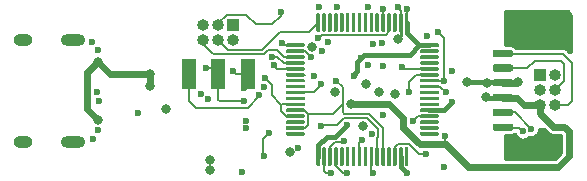
<source format=gbr>
G04 #@! TF.GenerationSoftware,KiCad,Pcbnew,(5.1.5)-3*
G04 #@! TF.CreationDate,2020-06-14T17:26:14+08:00*
G04 #@! TF.ProjectId,AdvancedSTLink,41647661-6e63-4656-9453-544c696e6b2e,rev?*
G04 #@! TF.SameCoordinates,Original*
G04 #@! TF.FileFunction,Copper,L4,Bot*
G04 #@! TF.FilePolarity,Positive*
%FSLAX46Y46*%
G04 Gerber Fmt 4.6, Leading zero omitted, Abs format (unit mm)*
G04 Created by KiCad (PCBNEW (5.1.5)-3) date 2020-06-14 17:26:14*
%MOMM*%
%LPD*%
G04 APERTURE LIST*
%ADD10C,0.100000*%
%ADD11O,2.100000X1.000000*%
%ADD12O,1.600000X1.000000*%
%ADD13R,1.000000X1.000000*%
%ADD14O,1.000000X1.000000*%
%ADD15R,1.250000X2.500000*%
%ADD16C,0.800000*%
%ADD17C,0.600000*%
%ADD18C,0.200000*%
%ADD19C,0.254000*%
%ADD20C,0.400000*%
%ADD21C,0.600000*%
G04 APERTURE END LIST*
G04 #@! TA.AperFunction,SMDPad,CuDef*
D10*
G36*
X197657351Y-98000361D02*
G01*
X197664632Y-98001441D01*
X197671771Y-98003229D01*
X197678701Y-98005709D01*
X197685355Y-98008856D01*
X197691668Y-98012640D01*
X197697579Y-98017024D01*
X197703033Y-98021967D01*
X197707976Y-98027421D01*
X197712360Y-98033332D01*
X197716144Y-98039645D01*
X197719291Y-98046299D01*
X197721771Y-98053229D01*
X197723559Y-98060368D01*
X197724639Y-98067649D01*
X197725000Y-98075000D01*
X197725000Y-99475000D01*
X197724639Y-99482351D01*
X197723559Y-99489632D01*
X197721771Y-99496771D01*
X197719291Y-99503701D01*
X197716144Y-99510355D01*
X197712360Y-99516668D01*
X197707976Y-99522579D01*
X197703033Y-99528033D01*
X197697579Y-99532976D01*
X197691668Y-99537360D01*
X197685355Y-99541144D01*
X197678701Y-99544291D01*
X197671771Y-99546771D01*
X197664632Y-99548559D01*
X197657351Y-99549639D01*
X197650000Y-99550000D01*
X197500000Y-99550000D01*
X197492649Y-99549639D01*
X197485368Y-99548559D01*
X197478229Y-99546771D01*
X197471299Y-99544291D01*
X197464645Y-99541144D01*
X197458332Y-99537360D01*
X197452421Y-99532976D01*
X197446967Y-99528033D01*
X197442024Y-99522579D01*
X197437640Y-99516668D01*
X197433856Y-99510355D01*
X197430709Y-99503701D01*
X197428229Y-99496771D01*
X197426441Y-99489632D01*
X197425361Y-99482351D01*
X197425000Y-99475000D01*
X197425000Y-98075000D01*
X197425361Y-98067649D01*
X197426441Y-98060368D01*
X197428229Y-98053229D01*
X197430709Y-98046299D01*
X197433856Y-98039645D01*
X197437640Y-98033332D01*
X197442024Y-98027421D01*
X197446967Y-98021967D01*
X197452421Y-98017024D01*
X197458332Y-98012640D01*
X197464645Y-98008856D01*
X197471299Y-98005709D01*
X197478229Y-98003229D01*
X197485368Y-98001441D01*
X197492649Y-98000361D01*
X197500000Y-98000000D01*
X197650000Y-98000000D01*
X197657351Y-98000361D01*
G37*
G04 #@! TD.AperFunction*
G04 #@! TA.AperFunction,SMDPad,CuDef*
G36*
X197157351Y-98000361D02*
G01*
X197164632Y-98001441D01*
X197171771Y-98003229D01*
X197178701Y-98005709D01*
X197185355Y-98008856D01*
X197191668Y-98012640D01*
X197197579Y-98017024D01*
X197203033Y-98021967D01*
X197207976Y-98027421D01*
X197212360Y-98033332D01*
X197216144Y-98039645D01*
X197219291Y-98046299D01*
X197221771Y-98053229D01*
X197223559Y-98060368D01*
X197224639Y-98067649D01*
X197225000Y-98075000D01*
X197225000Y-99475000D01*
X197224639Y-99482351D01*
X197223559Y-99489632D01*
X197221771Y-99496771D01*
X197219291Y-99503701D01*
X197216144Y-99510355D01*
X197212360Y-99516668D01*
X197207976Y-99522579D01*
X197203033Y-99528033D01*
X197197579Y-99532976D01*
X197191668Y-99537360D01*
X197185355Y-99541144D01*
X197178701Y-99544291D01*
X197171771Y-99546771D01*
X197164632Y-99548559D01*
X197157351Y-99549639D01*
X197150000Y-99550000D01*
X197000000Y-99550000D01*
X196992649Y-99549639D01*
X196985368Y-99548559D01*
X196978229Y-99546771D01*
X196971299Y-99544291D01*
X196964645Y-99541144D01*
X196958332Y-99537360D01*
X196952421Y-99532976D01*
X196946967Y-99528033D01*
X196942024Y-99522579D01*
X196937640Y-99516668D01*
X196933856Y-99510355D01*
X196930709Y-99503701D01*
X196928229Y-99496771D01*
X196926441Y-99489632D01*
X196925361Y-99482351D01*
X196925000Y-99475000D01*
X196925000Y-98075000D01*
X196925361Y-98067649D01*
X196926441Y-98060368D01*
X196928229Y-98053229D01*
X196930709Y-98046299D01*
X196933856Y-98039645D01*
X196937640Y-98033332D01*
X196942024Y-98027421D01*
X196946967Y-98021967D01*
X196952421Y-98017024D01*
X196958332Y-98012640D01*
X196964645Y-98008856D01*
X196971299Y-98005709D01*
X196978229Y-98003229D01*
X196985368Y-98001441D01*
X196992649Y-98000361D01*
X197000000Y-98000000D01*
X197150000Y-98000000D01*
X197157351Y-98000361D01*
G37*
G04 #@! TD.AperFunction*
G04 #@! TA.AperFunction,SMDPad,CuDef*
G36*
X196657351Y-98000361D02*
G01*
X196664632Y-98001441D01*
X196671771Y-98003229D01*
X196678701Y-98005709D01*
X196685355Y-98008856D01*
X196691668Y-98012640D01*
X196697579Y-98017024D01*
X196703033Y-98021967D01*
X196707976Y-98027421D01*
X196712360Y-98033332D01*
X196716144Y-98039645D01*
X196719291Y-98046299D01*
X196721771Y-98053229D01*
X196723559Y-98060368D01*
X196724639Y-98067649D01*
X196725000Y-98075000D01*
X196725000Y-99475000D01*
X196724639Y-99482351D01*
X196723559Y-99489632D01*
X196721771Y-99496771D01*
X196719291Y-99503701D01*
X196716144Y-99510355D01*
X196712360Y-99516668D01*
X196707976Y-99522579D01*
X196703033Y-99528033D01*
X196697579Y-99532976D01*
X196691668Y-99537360D01*
X196685355Y-99541144D01*
X196678701Y-99544291D01*
X196671771Y-99546771D01*
X196664632Y-99548559D01*
X196657351Y-99549639D01*
X196650000Y-99550000D01*
X196500000Y-99550000D01*
X196492649Y-99549639D01*
X196485368Y-99548559D01*
X196478229Y-99546771D01*
X196471299Y-99544291D01*
X196464645Y-99541144D01*
X196458332Y-99537360D01*
X196452421Y-99532976D01*
X196446967Y-99528033D01*
X196442024Y-99522579D01*
X196437640Y-99516668D01*
X196433856Y-99510355D01*
X196430709Y-99503701D01*
X196428229Y-99496771D01*
X196426441Y-99489632D01*
X196425361Y-99482351D01*
X196425000Y-99475000D01*
X196425000Y-98075000D01*
X196425361Y-98067649D01*
X196426441Y-98060368D01*
X196428229Y-98053229D01*
X196430709Y-98046299D01*
X196433856Y-98039645D01*
X196437640Y-98033332D01*
X196442024Y-98027421D01*
X196446967Y-98021967D01*
X196452421Y-98017024D01*
X196458332Y-98012640D01*
X196464645Y-98008856D01*
X196471299Y-98005709D01*
X196478229Y-98003229D01*
X196485368Y-98001441D01*
X196492649Y-98000361D01*
X196500000Y-98000000D01*
X196650000Y-98000000D01*
X196657351Y-98000361D01*
G37*
G04 #@! TD.AperFunction*
G04 #@! TA.AperFunction,SMDPad,CuDef*
G36*
X196157351Y-98000361D02*
G01*
X196164632Y-98001441D01*
X196171771Y-98003229D01*
X196178701Y-98005709D01*
X196185355Y-98008856D01*
X196191668Y-98012640D01*
X196197579Y-98017024D01*
X196203033Y-98021967D01*
X196207976Y-98027421D01*
X196212360Y-98033332D01*
X196216144Y-98039645D01*
X196219291Y-98046299D01*
X196221771Y-98053229D01*
X196223559Y-98060368D01*
X196224639Y-98067649D01*
X196225000Y-98075000D01*
X196225000Y-99475000D01*
X196224639Y-99482351D01*
X196223559Y-99489632D01*
X196221771Y-99496771D01*
X196219291Y-99503701D01*
X196216144Y-99510355D01*
X196212360Y-99516668D01*
X196207976Y-99522579D01*
X196203033Y-99528033D01*
X196197579Y-99532976D01*
X196191668Y-99537360D01*
X196185355Y-99541144D01*
X196178701Y-99544291D01*
X196171771Y-99546771D01*
X196164632Y-99548559D01*
X196157351Y-99549639D01*
X196150000Y-99550000D01*
X196000000Y-99550000D01*
X195992649Y-99549639D01*
X195985368Y-99548559D01*
X195978229Y-99546771D01*
X195971299Y-99544291D01*
X195964645Y-99541144D01*
X195958332Y-99537360D01*
X195952421Y-99532976D01*
X195946967Y-99528033D01*
X195942024Y-99522579D01*
X195937640Y-99516668D01*
X195933856Y-99510355D01*
X195930709Y-99503701D01*
X195928229Y-99496771D01*
X195926441Y-99489632D01*
X195925361Y-99482351D01*
X195925000Y-99475000D01*
X195925000Y-98075000D01*
X195925361Y-98067649D01*
X195926441Y-98060368D01*
X195928229Y-98053229D01*
X195930709Y-98046299D01*
X195933856Y-98039645D01*
X195937640Y-98033332D01*
X195942024Y-98027421D01*
X195946967Y-98021967D01*
X195952421Y-98017024D01*
X195958332Y-98012640D01*
X195964645Y-98008856D01*
X195971299Y-98005709D01*
X195978229Y-98003229D01*
X195985368Y-98001441D01*
X195992649Y-98000361D01*
X196000000Y-98000000D01*
X196150000Y-98000000D01*
X196157351Y-98000361D01*
G37*
G04 #@! TD.AperFunction*
G04 #@! TA.AperFunction,SMDPad,CuDef*
G36*
X195657351Y-98000361D02*
G01*
X195664632Y-98001441D01*
X195671771Y-98003229D01*
X195678701Y-98005709D01*
X195685355Y-98008856D01*
X195691668Y-98012640D01*
X195697579Y-98017024D01*
X195703033Y-98021967D01*
X195707976Y-98027421D01*
X195712360Y-98033332D01*
X195716144Y-98039645D01*
X195719291Y-98046299D01*
X195721771Y-98053229D01*
X195723559Y-98060368D01*
X195724639Y-98067649D01*
X195725000Y-98075000D01*
X195725000Y-99475000D01*
X195724639Y-99482351D01*
X195723559Y-99489632D01*
X195721771Y-99496771D01*
X195719291Y-99503701D01*
X195716144Y-99510355D01*
X195712360Y-99516668D01*
X195707976Y-99522579D01*
X195703033Y-99528033D01*
X195697579Y-99532976D01*
X195691668Y-99537360D01*
X195685355Y-99541144D01*
X195678701Y-99544291D01*
X195671771Y-99546771D01*
X195664632Y-99548559D01*
X195657351Y-99549639D01*
X195650000Y-99550000D01*
X195500000Y-99550000D01*
X195492649Y-99549639D01*
X195485368Y-99548559D01*
X195478229Y-99546771D01*
X195471299Y-99544291D01*
X195464645Y-99541144D01*
X195458332Y-99537360D01*
X195452421Y-99532976D01*
X195446967Y-99528033D01*
X195442024Y-99522579D01*
X195437640Y-99516668D01*
X195433856Y-99510355D01*
X195430709Y-99503701D01*
X195428229Y-99496771D01*
X195426441Y-99489632D01*
X195425361Y-99482351D01*
X195425000Y-99475000D01*
X195425000Y-98075000D01*
X195425361Y-98067649D01*
X195426441Y-98060368D01*
X195428229Y-98053229D01*
X195430709Y-98046299D01*
X195433856Y-98039645D01*
X195437640Y-98033332D01*
X195442024Y-98027421D01*
X195446967Y-98021967D01*
X195452421Y-98017024D01*
X195458332Y-98012640D01*
X195464645Y-98008856D01*
X195471299Y-98005709D01*
X195478229Y-98003229D01*
X195485368Y-98001441D01*
X195492649Y-98000361D01*
X195500000Y-98000000D01*
X195650000Y-98000000D01*
X195657351Y-98000361D01*
G37*
G04 #@! TD.AperFunction*
G04 #@! TA.AperFunction,SMDPad,CuDef*
G36*
X195157351Y-98000361D02*
G01*
X195164632Y-98001441D01*
X195171771Y-98003229D01*
X195178701Y-98005709D01*
X195185355Y-98008856D01*
X195191668Y-98012640D01*
X195197579Y-98017024D01*
X195203033Y-98021967D01*
X195207976Y-98027421D01*
X195212360Y-98033332D01*
X195216144Y-98039645D01*
X195219291Y-98046299D01*
X195221771Y-98053229D01*
X195223559Y-98060368D01*
X195224639Y-98067649D01*
X195225000Y-98075000D01*
X195225000Y-99475000D01*
X195224639Y-99482351D01*
X195223559Y-99489632D01*
X195221771Y-99496771D01*
X195219291Y-99503701D01*
X195216144Y-99510355D01*
X195212360Y-99516668D01*
X195207976Y-99522579D01*
X195203033Y-99528033D01*
X195197579Y-99532976D01*
X195191668Y-99537360D01*
X195185355Y-99541144D01*
X195178701Y-99544291D01*
X195171771Y-99546771D01*
X195164632Y-99548559D01*
X195157351Y-99549639D01*
X195150000Y-99550000D01*
X195000000Y-99550000D01*
X194992649Y-99549639D01*
X194985368Y-99548559D01*
X194978229Y-99546771D01*
X194971299Y-99544291D01*
X194964645Y-99541144D01*
X194958332Y-99537360D01*
X194952421Y-99532976D01*
X194946967Y-99528033D01*
X194942024Y-99522579D01*
X194937640Y-99516668D01*
X194933856Y-99510355D01*
X194930709Y-99503701D01*
X194928229Y-99496771D01*
X194926441Y-99489632D01*
X194925361Y-99482351D01*
X194925000Y-99475000D01*
X194925000Y-98075000D01*
X194925361Y-98067649D01*
X194926441Y-98060368D01*
X194928229Y-98053229D01*
X194930709Y-98046299D01*
X194933856Y-98039645D01*
X194937640Y-98033332D01*
X194942024Y-98027421D01*
X194946967Y-98021967D01*
X194952421Y-98017024D01*
X194958332Y-98012640D01*
X194964645Y-98008856D01*
X194971299Y-98005709D01*
X194978229Y-98003229D01*
X194985368Y-98001441D01*
X194992649Y-98000361D01*
X195000000Y-98000000D01*
X195150000Y-98000000D01*
X195157351Y-98000361D01*
G37*
G04 #@! TD.AperFunction*
G04 #@! TA.AperFunction,SMDPad,CuDef*
G36*
X194657351Y-98000361D02*
G01*
X194664632Y-98001441D01*
X194671771Y-98003229D01*
X194678701Y-98005709D01*
X194685355Y-98008856D01*
X194691668Y-98012640D01*
X194697579Y-98017024D01*
X194703033Y-98021967D01*
X194707976Y-98027421D01*
X194712360Y-98033332D01*
X194716144Y-98039645D01*
X194719291Y-98046299D01*
X194721771Y-98053229D01*
X194723559Y-98060368D01*
X194724639Y-98067649D01*
X194725000Y-98075000D01*
X194725000Y-99475000D01*
X194724639Y-99482351D01*
X194723559Y-99489632D01*
X194721771Y-99496771D01*
X194719291Y-99503701D01*
X194716144Y-99510355D01*
X194712360Y-99516668D01*
X194707976Y-99522579D01*
X194703033Y-99528033D01*
X194697579Y-99532976D01*
X194691668Y-99537360D01*
X194685355Y-99541144D01*
X194678701Y-99544291D01*
X194671771Y-99546771D01*
X194664632Y-99548559D01*
X194657351Y-99549639D01*
X194650000Y-99550000D01*
X194500000Y-99550000D01*
X194492649Y-99549639D01*
X194485368Y-99548559D01*
X194478229Y-99546771D01*
X194471299Y-99544291D01*
X194464645Y-99541144D01*
X194458332Y-99537360D01*
X194452421Y-99532976D01*
X194446967Y-99528033D01*
X194442024Y-99522579D01*
X194437640Y-99516668D01*
X194433856Y-99510355D01*
X194430709Y-99503701D01*
X194428229Y-99496771D01*
X194426441Y-99489632D01*
X194425361Y-99482351D01*
X194425000Y-99475000D01*
X194425000Y-98075000D01*
X194425361Y-98067649D01*
X194426441Y-98060368D01*
X194428229Y-98053229D01*
X194430709Y-98046299D01*
X194433856Y-98039645D01*
X194437640Y-98033332D01*
X194442024Y-98027421D01*
X194446967Y-98021967D01*
X194452421Y-98017024D01*
X194458332Y-98012640D01*
X194464645Y-98008856D01*
X194471299Y-98005709D01*
X194478229Y-98003229D01*
X194485368Y-98001441D01*
X194492649Y-98000361D01*
X194500000Y-98000000D01*
X194650000Y-98000000D01*
X194657351Y-98000361D01*
G37*
G04 #@! TD.AperFunction*
G04 #@! TA.AperFunction,SMDPad,CuDef*
G36*
X194157351Y-98000361D02*
G01*
X194164632Y-98001441D01*
X194171771Y-98003229D01*
X194178701Y-98005709D01*
X194185355Y-98008856D01*
X194191668Y-98012640D01*
X194197579Y-98017024D01*
X194203033Y-98021967D01*
X194207976Y-98027421D01*
X194212360Y-98033332D01*
X194216144Y-98039645D01*
X194219291Y-98046299D01*
X194221771Y-98053229D01*
X194223559Y-98060368D01*
X194224639Y-98067649D01*
X194225000Y-98075000D01*
X194225000Y-99475000D01*
X194224639Y-99482351D01*
X194223559Y-99489632D01*
X194221771Y-99496771D01*
X194219291Y-99503701D01*
X194216144Y-99510355D01*
X194212360Y-99516668D01*
X194207976Y-99522579D01*
X194203033Y-99528033D01*
X194197579Y-99532976D01*
X194191668Y-99537360D01*
X194185355Y-99541144D01*
X194178701Y-99544291D01*
X194171771Y-99546771D01*
X194164632Y-99548559D01*
X194157351Y-99549639D01*
X194150000Y-99550000D01*
X194000000Y-99550000D01*
X193992649Y-99549639D01*
X193985368Y-99548559D01*
X193978229Y-99546771D01*
X193971299Y-99544291D01*
X193964645Y-99541144D01*
X193958332Y-99537360D01*
X193952421Y-99532976D01*
X193946967Y-99528033D01*
X193942024Y-99522579D01*
X193937640Y-99516668D01*
X193933856Y-99510355D01*
X193930709Y-99503701D01*
X193928229Y-99496771D01*
X193926441Y-99489632D01*
X193925361Y-99482351D01*
X193925000Y-99475000D01*
X193925000Y-98075000D01*
X193925361Y-98067649D01*
X193926441Y-98060368D01*
X193928229Y-98053229D01*
X193930709Y-98046299D01*
X193933856Y-98039645D01*
X193937640Y-98033332D01*
X193942024Y-98027421D01*
X193946967Y-98021967D01*
X193952421Y-98017024D01*
X193958332Y-98012640D01*
X193964645Y-98008856D01*
X193971299Y-98005709D01*
X193978229Y-98003229D01*
X193985368Y-98001441D01*
X193992649Y-98000361D01*
X194000000Y-98000000D01*
X194150000Y-98000000D01*
X194157351Y-98000361D01*
G37*
G04 #@! TD.AperFunction*
G04 #@! TA.AperFunction,SMDPad,CuDef*
G36*
X193657351Y-98000361D02*
G01*
X193664632Y-98001441D01*
X193671771Y-98003229D01*
X193678701Y-98005709D01*
X193685355Y-98008856D01*
X193691668Y-98012640D01*
X193697579Y-98017024D01*
X193703033Y-98021967D01*
X193707976Y-98027421D01*
X193712360Y-98033332D01*
X193716144Y-98039645D01*
X193719291Y-98046299D01*
X193721771Y-98053229D01*
X193723559Y-98060368D01*
X193724639Y-98067649D01*
X193725000Y-98075000D01*
X193725000Y-99475000D01*
X193724639Y-99482351D01*
X193723559Y-99489632D01*
X193721771Y-99496771D01*
X193719291Y-99503701D01*
X193716144Y-99510355D01*
X193712360Y-99516668D01*
X193707976Y-99522579D01*
X193703033Y-99528033D01*
X193697579Y-99532976D01*
X193691668Y-99537360D01*
X193685355Y-99541144D01*
X193678701Y-99544291D01*
X193671771Y-99546771D01*
X193664632Y-99548559D01*
X193657351Y-99549639D01*
X193650000Y-99550000D01*
X193500000Y-99550000D01*
X193492649Y-99549639D01*
X193485368Y-99548559D01*
X193478229Y-99546771D01*
X193471299Y-99544291D01*
X193464645Y-99541144D01*
X193458332Y-99537360D01*
X193452421Y-99532976D01*
X193446967Y-99528033D01*
X193442024Y-99522579D01*
X193437640Y-99516668D01*
X193433856Y-99510355D01*
X193430709Y-99503701D01*
X193428229Y-99496771D01*
X193426441Y-99489632D01*
X193425361Y-99482351D01*
X193425000Y-99475000D01*
X193425000Y-98075000D01*
X193425361Y-98067649D01*
X193426441Y-98060368D01*
X193428229Y-98053229D01*
X193430709Y-98046299D01*
X193433856Y-98039645D01*
X193437640Y-98033332D01*
X193442024Y-98027421D01*
X193446967Y-98021967D01*
X193452421Y-98017024D01*
X193458332Y-98012640D01*
X193464645Y-98008856D01*
X193471299Y-98005709D01*
X193478229Y-98003229D01*
X193485368Y-98001441D01*
X193492649Y-98000361D01*
X193500000Y-98000000D01*
X193650000Y-98000000D01*
X193657351Y-98000361D01*
G37*
G04 #@! TD.AperFunction*
G04 #@! TA.AperFunction,SMDPad,CuDef*
G36*
X193157351Y-98000361D02*
G01*
X193164632Y-98001441D01*
X193171771Y-98003229D01*
X193178701Y-98005709D01*
X193185355Y-98008856D01*
X193191668Y-98012640D01*
X193197579Y-98017024D01*
X193203033Y-98021967D01*
X193207976Y-98027421D01*
X193212360Y-98033332D01*
X193216144Y-98039645D01*
X193219291Y-98046299D01*
X193221771Y-98053229D01*
X193223559Y-98060368D01*
X193224639Y-98067649D01*
X193225000Y-98075000D01*
X193225000Y-99475000D01*
X193224639Y-99482351D01*
X193223559Y-99489632D01*
X193221771Y-99496771D01*
X193219291Y-99503701D01*
X193216144Y-99510355D01*
X193212360Y-99516668D01*
X193207976Y-99522579D01*
X193203033Y-99528033D01*
X193197579Y-99532976D01*
X193191668Y-99537360D01*
X193185355Y-99541144D01*
X193178701Y-99544291D01*
X193171771Y-99546771D01*
X193164632Y-99548559D01*
X193157351Y-99549639D01*
X193150000Y-99550000D01*
X193000000Y-99550000D01*
X192992649Y-99549639D01*
X192985368Y-99548559D01*
X192978229Y-99546771D01*
X192971299Y-99544291D01*
X192964645Y-99541144D01*
X192958332Y-99537360D01*
X192952421Y-99532976D01*
X192946967Y-99528033D01*
X192942024Y-99522579D01*
X192937640Y-99516668D01*
X192933856Y-99510355D01*
X192930709Y-99503701D01*
X192928229Y-99496771D01*
X192926441Y-99489632D01*
X192925361Y-99482351D01*
X192925000Y-99475000D01*
X192925000Y-98075000D01*
X192925361Y-98067649D01*
X192926441Y-98060368D01*
X192928229Y-98053229D01*
X192930709Y-98046299D01*
X192933856Y-98039645D01*
X192937640Y-98033332D01*
X192942024Y-98027421D01*
X192946967Y-98021967D01*
X192952421Y-98017024D01*
X192958332Y-98012640D01*
X192964645Y-98008856D01*
X192971299Y-98005709D01*
X192978229Y-98003229D01*
X192985368Y-98001441D01*
X192992649Y-98000361D01*
X193000000Y-98000000D01*
X193150000Y-98000000D01*
X193157351Y-98000361D01*
G37*
G04 #@! TD.AperFunction*
G04 #@! TA.AperFunction,SMDPad,CuDef*
G36*
X192657351Y-98000361D02*
G01*
X192664632Y-98001441D01*
X192671771Y-98003229D01*
X192678701Y-98005709D01*
X192685355Y-98008856D01*
X192691668Y-98012640D01*
X192697579Y-98017024D01*
X192703033Y-98021967D01*
X192707976Y-98027421D01*
X192712360Y-98033332D01*
X192716144Y-98039645D01*
X192719291Y-98046299D01*
X192721771Y-98053229D01*
X192723559Y-98060368D01*
X192724639Y-98067649D01*
X192725000Y-98075000D01*
X192725000Y-99475000D01*
X192724639Y-99482351D01*
X192723559Y-99489632D01*
X192721771Y-99496771D01*
X192719291Y-99503701D01*
X192716144Y-99510355D01*
X192712360Y-99516668D01*
X192707976Y-99522579D01*
X192703033Y-99528033D01*
X192697579Y-99532976D01*
X192691668Y-99537360D01*
X192685355Y-99541144D01*
X192678701Y-99544291D01*
X192671771Y-99546771D01*
X192664632Y-99548559D01*
X192657351Y-99549639D01*
X192650000Y-99550000D01*
X192500000Y-99550000D01*
X192492649Y-99549639D01*
X192485368Y-99548559D01*
X192478229Y-99546771D01*
X192471299Y-99544291D01*
X192464645Y-99541144D01*
X192458332Y-99537360D01*
X192452421Y-99532976D01*
X192446967Y-99528033D01*
X192442024Y-99522579D01*
X192437640Y-99516668D01*
X192433856Y-99510355D01*
X192430709Y-99503701D01*
X192428229Y-99496771D01*
X192426441Y-99489632D01*
X192425361Y-99482351D01*
X192425000Y-99475000D01*
X192425000Y-98075000D01*
X192425361Y-98067649D01*
X192426441Y-98060368D01*
X192428229Y-98053229D01*
X192430709Y-98046299D01*
X192433856Y-98039645D01*
X192437640Y-98033332D01*
X192442024Y-98027421D01*
X192446967Y-98021967D01*
X192452421Y-98017024D01*
X192458332Y-98012640D01*
X192464645Y-98008856D01*
X192471299Y-98005709D01*
X192478229Y-98003229D01*
X192485368Y-98001441D01*
X192492649Y-98000361D01*
X192500000Y-98000000D01*
X192650000Y-98000000D01*
X192657351Y-98000361D01*
G37*
G04 #@! TD.AperFunction*
G04 #@! TA.AperFunction,SMDPad,CuDef*
G36*
X192157351Y-98000361D02*
G01*
X192164632Y-98001441D01*
X192171771Y-98003229D01*
X192178701Y-98005709D01*
X192185355Y-98008856D01*
X192191668Y-98012640D01*
X192197579Y-98017024D01*
X192203033Y-98021967D01*
X192207976Y-98027421D01*
X192212360Y-98033332D01*
X192216144Y-98039645D01*
X192219291Y-98046299D01*
X192221771Y-98053229D01*
X192223559Y-98060368D01*
X192224639Y-98067649D01*
X192225000Y-98075000D01*
X192225000Y-99475000D01*
X192224639Y-99482351D01*
X192223559Y-99489632D01*
X192221771Y-99496771D01*
X192219291Y-99503701D01*
X192216144Y-99510355D01*
X192212360Y-99516668D01*
X192207976Y-99522579D01*
X192203033Y-99528033D01*
X192197579Y-99532976D01*
X192191668Y-99537360D01*
X192185355Y-99541144D01*
X192178701Y-99544291D01*
X192171771Y-99546771D01*
X192164632Y-99548559D01*
X192157351Y-99549639D01*
X192150000Y-99550000D01*
X192000000Y-99550000D01*
X191992649Y-99549639D01*
X191985368Y-99548559D01*
X191978229Y-99546771D01*
X191971299Y-99544291D01*
X191964645Y-99541144D01*
X191958332Y-99537360D01*
X191952421Y-99532976D01*
X191946967Y-99528033D01*
X191942024Y-99522579D01*
X191937640Y-99516668D01*
X191933856Y-99510355D01*
X191930709Y-99503701D01*
X191928229Y-99496771D01*
X191926441Y-99489632D01*
X191925361Y-99482351D01*
X191925000Y-99475000D01*
X191925000Y-98075000D01*
X191925361Y-98067649D01*
X191926441Y-98060368D01*
X191928229Y-98053229D01*
X191930709Y-98046299D01*
X191933856Y-98039645D01*
X191937640Y-98033332D01*
X191942024Y-98027421D01*
X191946967Y-98021967D01*
X191952421Y-98017024D01*
X191958332Y-98012640D01*
X191964645Y-98008856D01*
X191971299Y-98005709D01*
X191978229Y-98003229D01*
X191985368Y-98001441D01*
X191992649Y-98000361D01*
X192000000Y-98000000D01*
X192150000Y-98000000D01*
X192157351Y-98000361D01*
G37*
G04 #@! TD.AperFunction*
G04 #@! TA.AperFunction,SMDPad,CuDef*
G36*
X191657351Y-98000361D02*
G01*
X191664632Y-98001441D01*
X191671771Y-98003229D01*
X191678701Y-98005709D01*
X191685355Y-98008856D01*
X191691668Y-98012640D01*
X191697579Y-98017024D01*
X191703033Y-98021967D01*
X191707976Y-98027421D01*
X191712360Y-98033332D01*
X191716144Y-98039645D01*
X191719291Y-98046299D01*
X191721771Y-98053229D01*
X191723559Y-98060368D01*
X191724639Y-98067649D01*
X191725000Y-98075000D01*
X191725000Y-99475000D01*
X191724639Y-99482351D01*
X191723559Y-99489632D01*
X191721771Y-99496771D01*
X191719291Y-99503701D01*
X191716144Y-99510355D01*
X191712360Y-99516668D01*
X191707976Y-99522579D01*
X191703033Y-99528033D01*
X191697579Y-99532976D01*
X191691668Y-99537360D01*
X191685355Y-99541144D01*
X191678701Y-99544291D01*
X191671771Y-99546771D01*
X191664632Y-99548559D01*
X191657351Y-99549639D01*
X191650000Y-99550000D01*
X191500000Y-99550000D01*
X191492649Y-99549639D01*
X191485368Y-99548559D01*
X191478229Y-99546771D01*
X191471299Y-99544291D01*
X191464645Y-99541144D01*
X191458332Y-99537360D01*
X191452421Y-99532976D01*
X191446967Y-99528033D01*
X191442024Y-99522579D01*
X191437640Y-99516668D01*
X191433856Y-99510355D01*
X191430709Y-99503701D01*
X191428229Y-99496771D01*
X191426441Y-99489632D01*
X191425361Y-99482351D01*
X191425000Y-99475000D01*
X191425000Y-98075000D01*
X191425361Y-98067649D01*
X191426441Y-98060368D01*
X191428229Y-98053229D01*
X191430709Y-98046299D01*
X191433856Y-98039645D01*
X191437640Y-98033332D01*
X191442024Y-98027421D01*
X191446967Y-98021967D01*
X191452421Y-98017024D01*
X191458332Y-98012640D01*
X191464645Y-98008856D01*
X191471299Y-98005709D01*
X191478229Y-98003229D01*
X191485368Y-98001441D01*
X191492649Y-98000361D01*
X191500000Y-98000000D01*
X191650000Y-98000000D01*
X191657351Y-98000361D01*
G37*
G04 #@! TD.AperFunction*
G04 #@! TA.AperFunction,SMDPad,CuDef*
G36*
X191157351Y-98000361D02*
G01*
X191164632Y-98001441D01*
X191171771Y-98003229D01*
X191178701Y-98005709D01*
X191185355Y-98008856D01*
X191191668Y-98012640D01*
X191197579Y-98017024D01*
X191203033Y-98021967D01*
X191207976Y-98027421D01*
X191212360Y-98033332D01*
X191216144Y-98039645D01*
X191219291Y-98046299D01*
X191221771Y-98053229D01*
X191223559Y-98060368D01*
X191224639Y-98067649D01*
X191225000Y-98075000D01*
X191225000Y-99475000D01*
X191224639Y-99482351D01*
X191223559Y-99489632D01*
X191221771Y-99496771D01*
X191219291Y-99503701D01*
X191216144Y-99510355D01*
X191212360Y-99516668D01*
X191207976Y-99522579D01*
X191203033Y-99528033D01*
X191197579Y-99532976D01*
X191191668Y-99537360D01*
X191185355Y-99541144D01*
X191178701Y-99544291D01*
X191171771Y-99546771D01*
X191164632Y-99548559D01*
X191157351Y-99549639D01*
X191150000Y-99550000D01*
X191000000Y-99550000D01*
X190992649Y-99549639D01*
X190985368Y-99548559D01*
X190978229Y-99546771D01*
X190971299Y-99544291D01*
X190964645Y-99541144D01*
X190958332Y-99537360D01*
X190952421Y-99532976D01*
X190946967Y-99528033D01*
X190942024Y-99522579D01*
X190937640Y-99516668D01*
X190933856Y-99510355D01*
X190930709Y-99503701D01*
X190928229Y-99496771D01*
X190926441Y-99489632D01*
X190925361Y-99482351D01*
X190925000Y-99475000D01*
X190925000Y-98075000D01*
X190925361Y-98067649D01*
X190926441Y-98060368D01*
X190928229Y-98053229D01*
X190930709Y-98046299D01*
X190933856Y-98039645D01*
X190937640Y-98033332D01*
X190942024Y-98027421D01*
X190946967Y-98021967D01*
X190952421Y-98017024D01*
X190958332Y-98012640D01*
X190964645Y-98008856D01*
X190971299Y-98005709D01*
X190978229Y-98003229D01*
X190985368Y-98001441D01*
X190992649Y-98000361D01*
X191000000Y-98000000D01*
X191150000Y-98000000D01*
X191157351Y-98000361D01*
G37*
G04 #@! TD.AperFunction*
G04 #@! TA.AperFunction,SMDPad,CuDef*
G36*
X190657351Y-98000361D02*
G01*
X190664632Y-98001441D01*
X190671771Y-98003229D01*
X190678701Y-98005709D01*
X190685355Y-98008856D01*
X190691668Y-98012640D01*
X190697579Y-98017024D01*
X190703033Y-98021967D01*
X190707976Y-98027421D01*
X190712360Y-98033332D01*
X190716144Y-98039645D01*
X190719291Y-98046299D01*
X190721771Y-98053229D01*
X190723559Y-98060368D01*
X190724639Y-98067649D01*
X190725000Y-98075000D01*
X190725000Y-99475000D01*
X190724639Y-99482351D01*
X190723559Y-99489632D01*
X190721771Y-99496771D01*
X190719291Y-99503701D01*
X190716144Y-99510355D01*
X190712360Y-99516668D01*
X190707976Y-99522579D01*
X190703033Y-99528033D01*
X190697579Y-99532976D01*
X190691668Y-99537360D01*
X190685355Y-99541144D01*
X190678701Y-99544291D01*
X190671771Y-99546771D01*
X190664632Y-99548559D01*
X190657351Y-99549639D01*
X190650000Y-99550000D01*
X190500000Y-99550000D01*
X190492649Y-99549639D01*
X190485368Y-99548559D01*
X190478229Y-99546771D01*
X190471299Y-99544291D01*
X190464645Y-99541144D01*
X190458332Y-99537360D01*
X190452421Y-99532976D01*
X190446967Y-99528033D01*
X190442024Y-99522579D01*
X190437640Y-99516668D01*
X190433856Y-99510355D01*
X190430709Y-99503701D01*
X190428229Y-99496771D01*
X190426441Y-99489632D01*
X190425361Y-99482351D01*
X190425000Y-99475000D01*
X190425000Y-98075000D01*
X190425361Y-98067649D01*
X190426441Y-98060368D01*
X190428229Y-98053229D01*
X190430709Y-98046299D01*
X190433856Y-98039645D01*
X190437640Y-98033332D01*
X190442024Y-98027421D01*
X190446967Y-98021967D01*
X190452421Y-98017024D01*
X190458332Y-98012640D01*
X190464645Y-98008856D01*
X190471299Y-98005709D01*
X190478229Y-98003229D01*
X190485368Y-98001441D01*
X190492649Y-98000361D01*
X190500000Y-98000000D01*
X190650000Y-98000000D01*
X190657351Y-98000361D01*
G37*
G04 #@! TD.AperFunction*
G04 #@! TA.AperFunction,SMDPad,CuDef*
G36*
X190157351Y-98000361D02*
G01*
X190164632Y-98001441D01*
X190171771Y-98003229D01*
X190178701Y-98005709D01*
X190185355Y-98008856D01*
X190191668Y-98012640D01*
X190197579Y-98017024D01*
X190203033Y-98021967D01*
X190207976Y-98027421D01*
X190212360Y-98033332D01*
X190216144Y-98039645D01*
X190219291Y-98046299D01*
X190221771Y-98053229D01*
X190223559Y-98060368D01*
X190224639Y-98067649D01*
X190225000Y-98075000D01*
X190225000Y-99475000D01*
X190224639Y-99482351D01*
X190223559Y-99489632D01*
X190221771Y-99496771D01*
X190219291Y-99503701D01*
X190216144Y-99510355D01*
X190212360Y-99516668D01*
X190207976Y-99522579D01*
X190203033Y-99528033D01*
X190197579Y-99532976D01*
X190191668Y-99537360D01*
X190185355Y-99541144D01*
X190178701Y-99544291D01*
X190171771Y-99546771D01*
X190164632Y-99548559D01*
X190157351Y-99549639D01*
X190150000Y-99550000D01*
X190000000Y-99550000D01*
X189992649Y-99549639D01*
X189985368Y-99548559D01*
X189978229Y-99546771D01*
X189971299Y-99544291D01*
X189964645Y-99541144D01*
X189958332Y-99537360D01*
X189952421Y-99532976D01*
X189946967Y-99528033D01*
X189942024Y-99522579D01*
X189937640Y-99516668D01*
X189933856Y-99510355D01*
X189930709Y-99503701D01*
X189928229Y-99496771D01*
X189926441Y-99489632D01*
X189925361Y-99482351D01*
X189925000Y-99475000D01*
X189925000Y-98075000D01*
X189925361Y-98067649D01*
X189926441Y-98060368D01*
X189928229Y-98053229D01*
X189930709Y-98046299D01*
X189933856Y-98039645D01*
X189937640Y-98033332D01*
X189942024Y-98027421D01*
X189946967Y-98021967D01*
X189952421Y-98017024D01*
X189958332Y-98012640D01*
X189964645Y-98008856D01*
X189971299Y-98005709D01*
X189978229Y-98003229D01*
X189985368Y-98001441D01*
X189992649Y-98000361D01*
X190000000Y-98000000D01*
X190150000Y-98000000D01*
X190157351Y-98000361D01*
G37*
G04 #@! TD.AperFunction*
G04 #@! TA.AperFunction,SMDPad,CuDef*
G36*
X188857351Y-100550361D02*
G01*
X188864632Y-100551441D01*
X188871771Y-100553229D01*
X188878701Y-100555709D01*
X188885355Y-100558856D01*
X188891668Y-100562640D01*
X188897579Y-100567024D01*
X188903033Y-100571967D01*
X188907976Y-100577421D01*
X188912360Y-100583332D01*
X188916144Y-100589645D01*
X188919291Y-100596299D01*
X188921771Y-100603229D01*
X188923559Y-100610368D01*
X188924639Y-100617649D01*
X188925000Y-100625000D01*
X188925000Y-100775000D01*
X188924639Y-100782351D01*
X188923559Y-100789632D01*
X188921771Y-100796771D01*
X188919291Y-100803701D01*
X188916144Y-100810355D01*
X188912360Y-100816668D01*
X188907976Y-100822579D01*
X188903033Y-100828033D01*
X188897579Y-100832976D01*
X188891668Y-100837360D01*
X188885355Y-100841144D01*
X188878701Y-100844291D01*
X188871771Y-100846771D01*
X188864632Y-100848559D01*
X188857351Y-100849639D01*
X188850000Y-100850000D01*
X187450000Y-100850000D01*
X187442649Y-100849639D01*
X187435368Y-100848559D01*
X187428229Y-100846771D01*
X187421299Y-100844291D01*
X187414645Y-100841144D01*
X187408332Y-100837360D01*
X187402421Y-100832976D01*
X187396967Y-100828033D01*
X187392024Y-100822579D01*
X187387640Y-100816668D01*
X187383856Y-100810355D01*
X187380709Y-100803701D01*
X187378229Y-100796771D01*
X187376441Y-100789632D01*
X187375361Y-100782351D01*
X187375000Y-100775000D01*
X187375000Y-100625000D01*
X187375361Y-100617649D01*
X187376441Y-100610368D01*
X187378229Y-100603229D01*
X187380709Y-100596299D01*
X187383856Y-100589645D01*
X187387640Y-100583332D01*
X187392024Y-100577421D01*
X187396967Y-100571967D01*
X187402421Y-100567024D01*
X187408332Y-100562640D01*
X187414645Y-100558856D01*
X187421299Y-100555709D01*
X187428229Y-100553229D01*
X187435368Y-100551441D01*
X187442649Y-100550361D01*
X187450000Y-100550000D01*
X188850000Y-100550000D01*
X188857351Y-100550361D01*
G37*
G04 #@! TD.AperFunction*
G04 #@! TA.AperFunction,SMDPad,CuDef*
G36*
X188857351Y-101050361D02*
G01*
X188864632Y-101051441D01*
X188871771Y-101053229D01*
X188878701Y-101055709D01*
X188885355Y-101058856D01*
X188891668Y-101062640D01*
X188897579Y-101067024D01*
X188903033Y-101071967D01*
X188907976Y-101077421D01*
X188912360Y-101083332D01*
X188916144Y-101089645D01*
X188919291Y-101096299D01*
X188921771Y-101103229D01*
X188923559Y-101110368D01*
X188924639Y-101117649D01*
X188925000Y-101125000D01*
X188925000Y-101275000D01*
X188924639Y-101282351D01*
X188923559Y-101289632D01*
X188921771Y-101296771D01*
X188919291Y-101303701D01*
X188916144Y-101310355D01*
X188912360Y-101316668D01*
X188907976Y-101322579D01*
X188903033Y-101328033D01*
X188897579Y-101332976D01*
X188891668Y-101337360D01*
X188885355Y-101341144D01*
X188878701Y-101344291D01*
X188871771Y-101346771D01*
X188864632Y-101348559D01*
X188857351Y-101349639D01*
X188850000Y-101350000D01*
X187450000Y-101350000D01*
X187442649Y-101349639D01*
X187435368Y-101348559D01*
X187428229Y-101346771D01*
X187421299Y-101344291D01*
X187414645Y-101341144D01*
X187408332Y-101337360D01*
X187402421Y-101332976D01*
X187396967Y-101328033D01*
X187392024Y-101322579D01*
X187387640Y-101316668D01*
X187383856Y-101310355D01*
X187380709Y-101303701D01*
X187378229Y-101296771D01*
X187376441Y-101289632D01*
X187375361Y-101282351D01*
X187375000Y-101275000D01*
X187375000Y-101125000D01*
X187375361Y-101117649D01*
X187376441Y-101110368D01*
X187378229Y-101103229D01*
X187380709Y-101096299D01*
X187383856Y-101089645D01*
X187387640Y-101083332D01*
X187392024Y-101077421D01*
X187396967Y-101071967D01*
X187402421Y-101067024D01*
X187408332Y-101062640D01*
X187414645Y-101058856D01*
X187421299Y-101055709D01*
X187428229Y-101053229D01*
X187435368Y-101051441D01*
X187442649Y-101050361D01*
X187450000Y-101050000D01*
X188850000Y-101050000D01*
X188857351Y-101050361D01*
G37*
G04 #@! TD.AperFunction*
G04 #@! TA.AperFunction,SMDPad,CuDef*
G36*
X188857351Y-101550361D02*
G01*
X188864632Y-101551441D01*
X188871771Y-101553229D01*
X188878701Y-101555709D01*
X188885355Y-101558856D01*
X188891668Y-101562640D01*
X188897579Y-101567024D01*
X188903033Y-101571967D01*
X188907976Y-101577421D01*
X188912360Y-101583332D01*
X188916144Y-101589645D01*
X188919291Y-101596299D01*
X188921771Y-101603229D01*
X188923559Y-101610368D01*
X188924639Y-101617649D01*
X188925000Y-101625000D01*
X188925000Y-101775000D01*
X188924639Y-101782351D01*
X188923559Y-101789632D01*
X188921771Y-101796771D01*
X188919291Y-101803701D01*
X188916144Y-101810355D01*
X188912360Y-101816668D01*
X188907976Y-101822579D01*
X188903033Y-101828033D01*
X188897579Y-101832976D01*
X188891668Y-101837360D01*
X188885355Y-101841144D01*
X188878701Y-101844291D01*
X188871771Y-101846771D01*
X188864632Y-101848559D01*
X188857351Y-101849639D01*
X188850000Y-101850000D01*
X187450000Y-101850000D01*
X187442649Y-101849639D01*
X187435368Y-101848559D01*
X187428229Y-101846771D01*
X187421299Y-101844291D01*
X187414645Y-101841144D01*
X187408332Y-101837360D01*
X187402421Y-101832976D01*
X187396967Y-101828033D01*
X187392024Y-101822579D01*
X187387640Y-101816668D01*
X187383856Y-101810355D01*
X187380709Y-101803701D01*
X187378229Y-101796771D01*
X187376441Y-101789632D01*
X187375361Y-101782351D01*
X187375000Y-101775000D01*
X187375000Y-101625000D01*
X187375361Y-101617649D01*
X187376441Y-101610368D01*
X187378229Y-101603229D01*
X187380709Y-101596299D01*
X187383856Y-101589645D01*
X187387640Y-101583332D01*
X187392024Y-101577421D01*
X187396967Y-101571967D01*
X187402421Y-101567024D01*
X187408332Y-101562640D01*
X187414645Y-101558856D01*
X187421299Y-101555709D01*
X187428229Y-101553229D01*
X187435368Y-101551441D01*
X187442649Y-101550361D01*
X187450000Y-101550000D01*
X188850000Y-101550000D01*
X188857351Y-101550361D01*
G37*
G04 #@! TD.AperFunction*
G04 #@! TA.AperFunction,SMDPad,CuDef*
G36*
X188857351Y-102050361D02*
G01*
X188864632Y-102051441D01*
X188871771Y-102053229D01*
X188878701Y-102055709D01*
X188885355Y-102058856D01*
X188891668Y-102062640D01*
X188897579Y-102067024D01*
X188903033Y-102071967D01*
X188907976Y-102077421D01*
X188912360Y-102083332D01*
X188916144Y-102089645D01*
X188919291Y-102096299D01*
X188921771Y-102103229D01*
X188923559Y-102110368D01*
X188924639Y-102117649D01*
X188925000Y-102125000D01*
X188925000Y-102275000D01*
X188924639Y-102282351D01*
X188923559Y-102289632D01*
X188921771Y-102296771D01*
X188919291Y-102303701D01*
X188916144Y-102310355D01*
X188912360Y-102316668D01*
X188907976Y-102322579D01*
X188903033Y-102328033D01*
X188897579Y-102332976D01*
X188891668Y-102337360D01*
X188885355Y-102341144D01*
X188878701Y-102344291D01*
X188871771Y-102346771D01*
X188864632Y-102348559D01*
X188857351Y-102349639D01*
X188850000Y-102350000D01*
X187450000Y-102350000D01*
X187442649Y-102349639D01*
X187435368Y-102348559D01*
X187428229Y-102346771D01*
X187421299Y-102344291D01*
X187414645Y-102341144D01*
X187408332Y-102337360D01*
X187402421Y-102332976D01*
X187396967Y-102328033D01*
X187392024Y-102322579D01*
X187387640Y-102316668D01*
X187383856Y-102310355D01*
X187380709Y-102303701D01*
X187378229Y-102296771D01*
X187376441Y-102289632D01*
X187375361Y-102282351D01*
X187375000Y-102275000D01*
X187375000Y-102125000D01*
X187375361Y-102117649D01*
X187376441Y-102110368D01*
X187378229Y-102103229D01*
X187380709Y-102096299D01*
X187383856Y-102089645D01*
X187387640Y-102083332D01*
X187392024Y-102077421D01*
X187396967Y-102071967D01*
X187402421Y-102067024D01*
X187408332Y-102062640D01*
X187414645Y-102058856D01*
X187421299Y-102055709D01*
X187428229Y-102053229D01*
X187435368Y-102051441D01*
X187442649Y-102050361D01*
X187450000Y-102050000D01*
X188850000Y-102050000D01*
X188857351Y-102050361D01*
G37*
G04 #@! TD.AperFunction*
G04 #@! TA.AperFunction,SMDPad,CuDef*
G36*
X188857351Y-102550361D02*
G01*
X188864632Y-102551441D01*
X188871771Y-102553229D01*
X188878701Y-102555709D01*
X188885355Y-102558856D01*
X188891668Y-102562640D01*
X188897579Y-102567024D01*
X188903033Y-102571967D01*
X188907976Y-102577421D01*
X188912360Y-102583332D01*
X188916144Y-102589645D01*
X188919291Y-102596299D01*
X188921771Y-102603229D01*
X188923559Y-102610368D01*
X188924639Y-102617649D01*
X188925000Y-102625000D01*
X188925000Y-102775000D01*
X188924639Y-102782351D01*
X188923559Y-102789632D01*
X188921771Y-102796771D01*
X188919291Y-102803701D01*
X188916144Y-102810355D01*
X188912360Y-102816668D01*
X188907976Y-102822579D01*
X188903033Y-102828033D01*
X188897579Y-102832976D01*
X188891668Y-102837360D01*
X188885355Y-102841144D01*
X188878701Y-102844291D01*
X188871771Y-102846771D01*
X188864632Y-102848559D01*
X188857351Y-102849639D01*
X188850000Y-102850000D01*
X187450000Y-102850000D01*
X187442649Y-102849639D01*
X187435368Y-102848559D01*
X187428229Y-102846771D01*
X187421299Y-102844291D01*
X187414645Y-102841144D01*
X187408332Y-102837360D01*
X187402421Y-102832976D01*
X187396967Y-102828033D01*
X187392024Y-102822579D01*
X187387640Y-102816668D01*
X187383856Y-102810355D01*
X187380709Y-102803701D01*
X187378229Y-102796771D01*
X187376441Y-102789632D01*
X187375361Y-102782351D01*
X187375000Y-102775000D01*
X187375000Y-102625000D01*
X187375361Y-102617649D01*
X187376441Y-102610368D01*
X187378229Y-102603229D01*
X187380709Y-102596299D01*
X187383856Y-102589645D01*
X187387640Y-102583332D01*
X187392024Y-102577421D01*
X187396967Y-102571967D01*
X187402421Y-102567024D01*
X187408332Y-102562640D01*
X187414645Y-102558856D01*
X187421299Y-102555709D01*
X187428229Y-102553229D01*
X187435368Y-102551441D01*
X187442649Y-102550361D01*
X187450000Y-102550000D01*
X188850000Y-102550000D01*
X188857351Y-102550361D01*
G37*
G04 #@! TD.AperFunction*
G04 #@! TA.AperFunction,SMDPad,CuDef*
G36*
X188857351Y-103050361D02*
G01*
X188864632Y-103051441D01*
X188871771Y-103053229D01*
X188878701Y-103055709D01*
X188885355Y-103058856D01*
X188891668Y-103062640D01*
X188897579Y-103067024D01*
X188903033Y-103071967D01*
X188907976Y-103077421D01*
X188912360Y-103083332D01*
X188916144Y-103089645D01*
X188919291Y-103096299D01*
X188921771Y-103103229D01*
X188923559Y-103110368D01*
X188924639Y-103117649D01*
X188925000Y-103125000D01*
X188925000Y-103275000D01*
X188924639Y-103282351D01*
X188923559Y-103289632D01*
X188921771Y-103296771D01*
X188919291Y-103303701D01*
X188916144Y-103310355D01*
X188912360Y-103316668D01*
X188907976Y-103322579D01*
X188903033Y-103328033D01*
X188897579Y-103332976D01*
X188891668Y-103337360D01*
X188885355Y-103341144D01*
X188878701Y-103344291D01*
X188871771Y-103346771D01*
X188864632Y-103348559D01*
X188857351Y-103349639D01*
X188850000Y-103350000D01*
X187450000Y-103350000D01*
X187442649Y-103349639D01*
X187435368Y-103348559D01*
X187428229Y-103346771D01*
X187421299Y-103344291D01*
X187414645Y-103341144D01*
X187408332Y-103337360D01*
X187402421Y-103332976D01*
X187396967Y-103328033D01*
X187392024Y-103322579D01*
X187387640Y-103316668D01*
X187383856Y-103310355D01*
X187380709Y-103303701D01*
X187378229Y-103296771D01*
X187376441Y-103289632D01*
X187375361Y-103282351D01*
X187375000Y-103275000D01*
X187375000Y-103125000D01*
X187375361Y-103117649D01*
X187376441Y-103110368D01*
X187378229Y-103103229D01*
X187380709Y-103096299D01*
X187383856Y-103089645D01*
X187387640Y-103083332D01*
X187392024Y-103077421D01*
X187396967Y-103071967D01*
X187402421Y-103067024D01*
X187408332Y-103062640D01*
X187414645Y-103058856D01*
X187421299Y-103055709D01*
X187428229Y-103053229D01*
X187435368Y-103051441D01*
X187442649Y-103050361D01*
X187450000Y-103050000D01*
X188850000Y-103050000D01*
X188857351Y-103050361D01*
G37*
G04 #@! TD.AperFunction*
G04 #@! TA.AperFunction,SMDPad,CuDef*
G36*
X188857351Y-103550361D02*
G01*
X188864632Y-103551441D01*
X188871771Y-103553229D01*
X188878701Y-103555709D01*
X188885355Y-103558856D01*
X188891668Y-103562640D01*
X188897579Y-103567024D01*
X188903033Y-103571967D01*
X188907976Y-103577421D01*
X188912360Y-103583332D01*
X188916144Y-103589645D01*
X188919291Y-103596299D01*
X188921771Y-103603229D01*
X188923559Y-103610368D01*
X188924639Y-103617649D01*
X188925000Y-103625000D01*
X188925000Y-103775000D01*
X188924639Y-103782351D01*
X188923559Y-103789632D01*
X188921771Y-103796771D01*
X188919291Y-103803701D01*
X188916144Y-103810355D01*
X188912360Y-103816668D01*
X188907976Y-103822579D01*
X188903033Y-103828033D01*
X188897579Y-103832976D01*
X188891668Y-103837360D01*
X188885355Y-103841144D01*
X188878701Y-103844291D01*
X188871771Y-103846771D01*
X188864632Y-103848559D01*
X188857351Y-103849639D01*
X188850000Y-103850000D01*
X187450000Y-103850000D01*
X187442649Y-103849639D01*
X187435368Y-103848559D01*
X187428229Y-103846771D01*
X187421299Y-103844291D01*
X187414645Y-103841144D01*
X187408332Y-103837360D01*
X187402421Y-103832976D01*
X187396967Y-103828033D01*
X187392024Y-103822579D01*
X187387640Y-103816668D01*
X187383856Y-103810355D01*
X187380709Y-103803701D01*
X187378229Y-103796771D01*
X187376441Y-103789632D01*
X187375361Y-103782351D01*
X187375000Y-103775000D01*
X187375000Y-103625000D01*
X187375361Y-103617649D01*
X187376441Y-103610368D01*
X187378229Y-103603229D01*
X187380709Y-103596299D01*
X187383856Y-103589645D01*
X187387640Y-103583332D01*
X187392024Y-103577421D01*
X187396967Y-103571967D01*
X187402421Y-103567024D01*
X187408332Y-103562640D01*
X187414645Y-103558856D01*
X187421299Y-103555709D01*
X187428229Y-103553229D01*
X187435368Y-103551441D01*
X187442649Y-103550361D01*
X187450000Y-103550000D01*
X188850000Y-103550000D01*
X188857351Y-103550361D01*
G37*
G04 #@! TD.AperFunction*
G04 #@! TA.AperFunction,SMDPad,CuDef*
G36*
X188857351Y-104050361D02*
G01*
X188864632Y-104051441D01*
X188871771Y-104053229D01*
X188878701Y-104055709D01*
X188885355Y-104058856D01*
X188891668Y-104062640D01*
X188897579Y-104067024D01*
X188903033Y-104071967D01*
X188907976Y-104077421D01*
X188912360Y-104083332D01*
X188916144Y-104089645D01*
X188919291Y-104096299D01*
X188921771Y-104103229D01*
X188923559Y-104110368D01*
X188924639Y-104117649D01*
X188925000Y-104125000D01*
X188925000Y-104275000D01*
X188924639Y-104282351D01*
X188923559Y-104289632D01*
X188921771Y-104296771D01*
X188919291Y-104303701D01*
X188916144Y-104310355D01*
X188912360Y-104316668D01*
X188907976Y-104322579D01*
X188903033Y-104328033D01*
X188897579Y-104332976D01*
X188891668Y-104337360D01*
X188885355Y-104341144D01*
X188878701Y-104344291D01*
X188871771Y-104346771D01*
X188864632Y-104348559D01*
X188857351Y-104349639D01*
X188850000Y-104350000D01*
X187450000Y-104350000D01*
X187442649Y-104349639D01*
X187435368Y-104348559D01*
X187428229Y-104346771D01*
X187421299Y-104344291D01*
X187414645Y-104341144D01*
X187408332Y-104337360D01*
X187402421Y-104332976D01*
X187396967Y-104328033D01*
X187392024Y-104322579D01*
X187387640Y-104316668D01*
X187383856Y-104310355D01*
X187380709Y-104303701D01*
X187378229Y-104296771D01*
X187376441Y-104289632D01*
X187375361Y-104282351D01*
X187375000Y-104275000D01*
X187375000Y-104125000D01*
X187375361Y-104117649D01*
X187376441Y-104110368D01*
X187378229Y-104103229D01*
X187380709Y-104096299D01*
X187383856Y-104089645D01*
X187387640Y-104083332D01*
X187392024Y-104077421D01*
X187396967Y-104071967D01*
X187402421Y-104067024D01*
X187408332Y-104062640D01*
X187414645Y-104058856D01*
X187421299Y-104055709D01*
X187428229Y-104053229D01*
X187435368Y-104051441D01*
X187442649Y-104050361D01*
X187450000Y-104050000D01*
X188850000Y-104050000D01*
X188857351Y-104050361D01*
G37*
G04 #@! TD.AperFunction*
G04 #@! TA.AperFunction,SMDPad,CuDef*
G36*
X188857351Y-104550361D02*
G01*
X188864632Y-104551441D01*
X188871771Y-104553229D01*
X188878701Y-104555709D01*
X188885355Y-104558856D01*
X188891668Y-104562640D01*
X188897579Y-104567024D01*
X188903033Y-104571967D01*
X188907976Y-104577421D01*
X188912360Y-104583332D01*
X188916144Y-104589645D01*
X188919291Y-104596299D01*
X188921771Y-104603229D01*
X188923559Y-104610368D01*
X188924639Y-104617649D01*
X188925000Y-104625000D01*
X188925000Y-104775000D01*
X188924639Y-104782351D01*
X188923559Y-104789632D01*
X188921771Y-104796771D01*
X188919291Y-104803701D01*
X188916144Y-104810355D01*
X188912360Y-104816668D01*
X188907976Y-104822579D01*
X188903033Y-104828033D01*
X188897579Y-104832976D01*
X188891668Y-104837360D01*
X188885355Y-104841144D01*
X188878701Y-104844291D01*
X188871771Y-104846771D01*
X188864632Y-104848559D01*
X188857351Y-104849639D01*
X188850000Y-104850000D01*
X187450000Y-104850000D01*
X187442649Y-104849639D01*
X187435368Y-104848559D01*
X187428229Y-104846771D01*
X187421299Y-104844291D01*
X187414645Y-104841144D01*
X187408332Y-104837360D01*
X187402421Y-104832976D01*
X187396967Y-104828033D01*
X187392024Y-104822579D01*
X187387640Y-104816668D01*
X187383856Y-104810355D01*
X187380709Y-104803701D01*
X187378229Y-104796771D01*
X187376441Y-104789632D01*
X187375361Y-104782351D01*
X187375000Y-104775000D01*
X187375000Y-104625000D01*
X187375361Y-104617649D01*
X187376441Y-104610368D01*
X187378229Y-104603229D01*
X187380709Y-104596299D01*
X187383856Y-104589645D01*
X187387640Y-104583332D01*
X187392024Y-104577421D01*
X187396967Y-104571967D01*
X187402421Y-104567024D01*
X187408332Y-104562640D01*
X187414645Y-104558856D01*
X187421299Y-104555709D01*
X187428229Y-104553229D01*
X187435368Y-104551441D01*
X187442649Y-104550361D01*
X187450000Y-104550000D01*
X188850000Y-104550000D01*
X188857351Y-104550361D01*
G37*
G04 #@! TD.AperFunction*
G04 #@! TA.AperFunction,SMDPad,CuDef*
G36*
X188857351Y-105050361D02*
G01*
X188864632Y-105051441D01*
X188871771Y-105053229D01*
X188878701Y-105055709D01*
X188885355Y-105058856D01*
X188891668Y-105062640D01*
X188897579Y-105067024D01*
X188903033Y-105071967D01*
X188907976Y-105077421D01*
X188912360Y-105083332D01*
X188916144Y-105089645D01*
X188919291Y-105096299D01*
X188921771Y-105103229D01*
X188923559Y-105110368D01*
X188924639Y-105117649D01*
X188925000Y-105125000D01*
X188925000Y-105275000D01*
X188924639Y-105282351D01*
X188923559Y-105289632D01*
X188921771Y-105296771D01*
X188919291Y-105303701D01*
X188916144Y-105310355D01*
X188912360Y-105316668D01*
X188907976Y-105322579D01*
X188903033Y-105328033D01*
X188897579Y-105332976D01*
X188891668Y-105337360D01*
X188885355Y-105341144D01*
X188878701Y-105344291D01*
X188871771Y-105346771D01*
X188864632Y-105348559D01*
X188857351Y-105349639D01*
X188850000Y-105350000D01*
X187450000Y-105350000D01*
X187442649Y-105349639D01*
X187435368Y-105348559D01*
X187428229Y-105346771D01*
X187421299Y-105344291D01*
X187414645Y-105341144D01*
X187408332Y-105337360D01*
X187402421Y-105332976D01*
X187396967Y-105328033D01*
X187392024Y-105322579D01*
X187387640Y-105316668D01*
X187383856Y-105310355D01*
X187380709Y-105303701D01*
X187378229Y-105296771D01*
X187376441Y-105289632D01*
X187375361Y-105282351D01*
X187375000Y-105275000D01*
X187375000Y-105125000D01*
X187375361Y-105117649D01*
X187376441Y-105110368D01*
X187378229Y-105103229D01*
X187380709Y-105096299D01*
X187383856Y-105089645D01*
X187387640Y-105083332D01*
X187392024Y-105077421D01*
X187396967Y-105071967D01*
X187402421Y-105067024D01*
X187408332Y-105062640D01*
X187414645Y-105058856D01*
X187421299Y-105055709D01*
X187428229Y-105053229D01*
X187435368Y-105051441D01*
X187442649Y-105050361D01*
X187450000Y-105050000D01*
X188850000Y-105050000D01*
X188857351Y-105050361D01*
G37*
G04 #@! TD.AperFunction*
G04 #@! TA.AperFunction,SMDPad,CuDef*
G36*
X188857351Y-105550361D02*
G01*
X188864632Y-105551441D01*
X188871771Y-105553229D01*
X188878701Y-105555709D01*
X188885355Y-105558856D01*
X188891668Y-105562640D01*
X188897579Y-105567024D01*
X188903033Y-105571967D01*
X188907976Y-105577421D01*
X188912360Y-105583332D01*
X188916144Y-105589645D01*
X188919291Y-105596299D01*
X188921771Y-105603229D01*
X188923559Y-105610368D01*
X188924639Y-105617649D01*
X188925000Y-105625000D01*
X188925000Y-105775000D01*
X188924639Y-105782351D01*
X188923559Y-105789632D01*
X188921771Y-105796771D01*
X188919291Y-105803701D01*
X188916144Y-105810355D01*
X188912360Y-105816668D01*
X188907976Y-105822579D01*
X188903033Y-105828033D01*
X188897579Y-105832976D01*
X188891668Y-105837360D01*
X188885355Y-105841144D01*
X188878701Y-105844291D01*
X188871771Y-105846771D01*
X188864632Y-105848559D01*
X188857351Y-105849639D01*
X188850000Y-105850000D01*
X187450000Y-105850000D01*
X187442649Y-105849639D01*
X187435368Y-105848559D01*
X187428229Y-105846771D01*
X187421299Y-105844291D01*
X187414645Y-105841144D01*
X187408332Y-105837360D01*
X187402421Y-105832976D01*
X187396967Y-105828033D01*
X187392024Y-105822579D01*
X187387640Y-105816668D01*
X187383856Y-105810355D01*
X187380709Y-105803701D01*
X187378229Y-105796771D01*
X187376441Y-105789632D01*
X187375361Y-105782351D01*
X187375000Y-105775000D01*
X187375000Y-105625000D01*
X187375361Y-105617649D01*
X187376441Y-105610368D01*
X187378229Y-105603229D01*
X187380709Y-105596299D01*
X187383856Y-105589645D01*
X187387640Y-105583332D01*
X187392024Y-105577421D01*
X187396967Y-105571967D01*
X187402421Y-105567024D01*
X187408332Y-105562640D01*
X187414645Y-105558856D01*
X187421299Y-105555709D01*
X187428229Y-105553229D01*
X187435368Y-105551441D01*
X187442649Y-105550361D01*
X187450000Y-105550000D01*
X188850000Y-105550000D01*
X188857351Y-105550361D01*
G37*
G04 #@! TD.AperFunction*
G04 #@! TA.AperFunction,SMDPad,CuDef*
G36*
X188857351Y-106050361D02*
G01*
X188864632Y-106051441D01*
X188871771Y-106053229D01*
X188878701Y-106055709D01*
X188885355Y-106058856D01*
X188891668Y-106062640D01*
X188897579Y-106067024D01*
X188903033Y-106071967D01*
X188907976Y-106077421D01*
X188912360Y-106083332D01*
X188916144Y-106089645D01*
X188919291Y-106096299D01*
X188921771Y-106103229D01*
X188923559Y-106110368D01*
X188924639Y-106117649D01*
X188925000Y-106125000D01*
X188925000Y-106275000D01*
X188924639Y-106282351D01*
X188923559Y-106289632D01*
X188921771Y-106296771D01*
X188919291Y-106303701D01*
X188916144Y-106310355D01*
X188912360Y-106316668D01*
X188907976Y-106322579D01*
X188903033Y-106328033D01*
X188897579Y-106332976D01*
X188891668Y-106337360D01*
X188885355Y-106341144D01*
X188878701Y-106344291D01*
X188871771Y-106346771D01*
X188864632Y-106348559D01*
X188857351Y-106349639D01*
X188850000Y-106350000D01*
X187450000Y-106350000D01*
X187442649Y-106349639D01*
X187435368Y-106348559D01*
X187428229Y-106346771D01*
X187421299Y-106344291D01*
X187414645Y-106341144D01*
X187408332Y-106337360D01*
X187402421Y-106332976D01*
X187396967Y-106328033D01*
X187392024Y-106322579D01*
X187387640Y-106316668D01*
X187383856Y-106310355D01*
X187380709Y-106303701D01*
X187378229Y-106296771D01*
X187376441Y-106289632D01*
X187375361Y-106282351D01*
X187375000Y-106275000D01*
X187375000Y-106125000D01*
X187375361Y-106117649D01*
X187376441Y-106110368D01*
X187378229Y-106103229D01*
X187380709Y-106096299D01*
X187383856Y-106089645D01*
X187387640Y-106083332D01*
X187392024Y-106077421D01*
X187396967Y-106071967D01*
X187402421Y-106067024D01*
X187408332Y-106062640D01*
X187414645Y-106058856D01*
X187421299Y-106055709D01*
X187428229Y-106053229D01*
X187435368Y-106051441D01*
X187442649Y-106050361D01*
X187450000Y-106050000D01*
X188850000Y-106050000D01*
X188857351Y-106050361D01*
G37*
G04 #@! TD.AperFunction*
G04 #@! TA.AperFunction,SMDPad,CuDef*
G36*
X188857351Y-106550361D02*
G01*
X188864632Y-106551441D01*
X188871771Y-106553229D01*
X188878701Y-106555709D01*
X188885355Y-106558856D01*
X188891668Y-106562640D01*
X188897579Y-106567024D01*
X188903033Y-106571967D01*
X188907976Y-106577421D01*
X188912360Y-106583332D01*
X188916144Y-106589645D01*
X188919291Y-106596299D01*
X188921771Y-106603229D01*
X188923559Y-106610368D01*
X188924639Y-106617649D01*
X188925000Y-106625000D01*
X188925000Y-106775000D01*
X188924639Y-106782351D01*
X188923559Y-106789632D01*
X188921771Y-106796771D01*
X188919291Y-106803701D01*
X188916144Y-106810355D01*
X188912360Y-106816668D01*
X188907976Y-106822579D01*
X188903033Y-106828033D01*
X188897579Y-106832976D01*
X188891668Y-106837360D01*
X188885355Y-106841144D01*
X188878701Y-106844291D01*
X188871771Y-106846771D01*
X188864632Y-106848559D01*
X188857351Y-106849639D01*
X188850000Y-106850000D01*
X187450000Y-106850000D01*
X187442649Y-106849639D01*
X187435368Y-106848559D01*
X187428229Y-106846771D01*
X187421299Y-106844291D01*
X187414645Y-106841144D01*
X187408332Y-106837360D01*
X187402421Y-106832976D01*
X187396967Y-106828033D01*
X187392024Y-106822579D01*
X187387640Y-106816668D01*
X187383856Y-106810355D01*
X187380709Y-106803701D01*
X187378229Y-106796771D01*
X187376441Y-106789632D01*
X187375361Y-106782351D01*
X187375000Y-106775000D01*
X187375000Y-106625000D01*
X187375361Y-106617649D01*
X187376441Y-106610368D01*
X187378229Y-106603229D01*
X187380709Y-106596299D01*
X187383856Y-106589645D01*
X187387640Y-106583332D01*
X187392024Y-106577421D01*
X187396967Y-106571967D01*
X187402421Y-106567024D01*
X187408332Y-106562640D01*
X187414645Y-106558856D01*
X187421299Y-106555709D01*
X187428229Y-106553229D01*
X187435368Y-106551441D01*
X187442649Y-106550361D01*
X187450000Y-106550000D01*
X188850000Y-106550000D01*
X188857351Y-106550361D01*
G37*
G04 #@! TD.AperFunction*
G04 #@! TA.AperFunction,SMDPad,CuDef*
G36*
X188857351Y-107050361D02*
G01*
X188864632Y-107051441D01*
X188871771Y-107053229D01*
X188878701Y-107055709D01*
X188885355Y-107058856D01*
X188891668Y-107062640D01*
X188897579Y-107067024D01*
X188903033Y-107071967D01*
X188907976Y-107077421D01*
X188912360Y-107083332D01*
X188916144Y-107089645D01*
X188919291Y-107096299D01*
X188921771Y-107103229D01*
X188923559Y-107110368D01*
X188924639Y-107117649D01*
X188925000Y-107125000D01*
X188925000Y-107275000D01*
X188924639Y-107282351D01*
X188923559Y-107289632D01*
X188921771Y-107296771D01*
X188919291Y-107303701D01*
X188916144Y-107310355D01*
X188912360Y-107316668D01*
X188907976Y-107322579D01*
X188903033Y-107328033D01*
X188897579Y-107332976D01*
X188891668Y-107337360D01*
X188885355Y-107341144D01*
X188878701Y-107344291D01*
X188871771Y-107346771D01*
X188864632Y-107348559D01*
X188857351Y-107349639D01*
X188850000Y-107350000D01*
X187450000Y-107350000D01*
X187442649Y-107349639D01*
X187435368Y-107348559D01*
X187428229Y-107346771D01*
X187421299Y-107344291D01*
X187414645Y-107341144D01*
X187408332Y-107337360D01*
X187402421Y-107332976D01*
X187396967Y-107328033D01*
X187392024Y-107322579D01*
X187387640Y-107316668D01*
X187383856Y-107310355D01*
X187380709Y-107303701D01*
X187378229Y-107296771D01*
X187376441Y-107289632D01*
X187375361Y-107282351D01*
X187375000Y-107275000D01*
X187375000Y-107125000D01*
X187375361Y-107117649D01*
X187376441Y-107110368D01*
X187378229Y-107103229D01*
X187380709Y-107096299D01*
X187383856Y-107089645D01*
X187387640Y-107083332D01*
X187392024Y-107077421D01*
X187396967Y-107071967D01*
X187402421Y-107067024D01*
X187408332Y-107062640D01*
X187414645Y-107058856D01*
X187421299Y-107055709D01*
X187428229Y-107053229D01*
X187435368Y-107051441D01*
X187442649Y-107050361D01*
X187450000Y-107050000D01*
X188850000Y-107050000D01*
X188857351Y-107050361D01*
G37*
G04 #@! TD.AperFunction*
G04 #@! TA.AperFunction,SMDPad,CuDef*
G36*
X188857351Y-107550361D02*
G01*
X188864632Y-107551441D01*
X188871771Y-107553229D01*
X188878701Y-107555709D01*
X188885355Y-107558856D01*
X188891668Y-107562640D01*
X188897579Y-107567024D01*
X188903033Y-107571967D01*
X188907976Y-107577421D01*
X188912360Y-107583332D01*
X188916144Y-107589645D01*
X188919291Y-107596299D01*
X188921771Y-107603229D01*
X188923559Y-107610368D01*
X188924639Y-107617649D01*
X188925000Y-107625000D01*
X188925000Y-107775000D01*
X188924639Y-107782351D01*
X188923559Y-107789632D01*
X188921771Y-107796771D01*
X188919291Y-107803701D01*
X188916144Y-107810355D01*
X188912360Y-107816668D01*
X188907976Y-107822579D01*
X188903033Y-107828033D01*
X188897579Y-107832976D01*
X188891668Y-107837360D01*
X188885355Y-107841144D01*
X188878701Y-107844291D01*
X188871771Y-107846771D01*
X188864632Y-107848559D01*
X188857351Y-107849639D01*
X188850000Y-107850000D01*
X187450000Y-107850000D01*
X187442649Y-107849639D01*
X187435368Y-107848559D01*
X187428229Y-107846771D01*
X187421299Y-107844291D01*
X187414645Y-107841144D01*
X187408332Y-107837360D01*
X187402421Y-107832976D01*
X187396967Y-107828033D01*
X187392024Y-107822579D01*
X187387640Y-107816668D01*
X187383856Y-107810355D01*
X187380709Y-107803701D01*
X187378229Y-107796771D01*
X187376441Y-107789632D01*
X187375361Y-107782351D01*
X187375000Y-107775000D01*
X187375000Y-107625000D01*
X187375361Y-107617649D01*
X187376441Y-107610368D01*
X187378229Y-107603229D01*
X187380709Y-107596299D01*
X187383856Y-107589645D01*
X187387640Y-107583332D01*
X187392024Y-107577421D01*
X187396967Y-107571967D01*
X187402421Y-107567024D01*
X187408332Y-107562640D01*
X187414645Y-107558856D01*
X187421299Y-107555709D01*
X187428229Y-107553229D01*
X187435368Y-107551441D01*
X187442649Y-107550361D01*
X187450000Y-107550000D01*
X188850000Y-107550000D01*
X188857351Y-107550361D01*
G37*
G04 #@! TD.AperFunction*
G04 #@! TA.AperFunction,SMDPad,CuDef*
G36*
X188857351Y-108050361D02*
G01*
X188864632Y-108051441D01*
X188871771Y-108053229D01*
X188878701Y-108055709D01*
X188885355Y-108058856D01*
X188891668Y-108062640D01*
X188897579Y-108067024D01*
X188903033Y-108071967D01*
X188907976Y-108077421D01*
X188912360Y-108083332D01*
X188916144Y-108089645D01*
X188919291Y-108096299D01*
X188921771Y-108103229D01*
X188923559Y-108110368D01*
X188924639Y-108117649D01*
X188925000Y-108125000D01*
X188925000Y-108275000D01*
X188924639Y-108282351D01*
X188923559Y-108289632D01*
X188921771Y-108296771D01*
X188919291Y-108303701D01*
X188916144Y-108310355D01*
X188912360Y-108316668D01*
X188907976Y-108322579D01*
X188903033Y-108328033D01*
X188897579Y-108332976D01*
X188891668Y-108337360D01*
X188885355Y-108341144D01*
X188878701Y-108344291D01*
X188871771Y-108346771D01*
X188864632Y-108348559D01*
X188857351Y-108349639D01*
X188850000Y-108350000D01*
X187450000Y-108350000D01*
X187442649Y-108349639D01*
X187435368Y-108348559D01*
X187428229Y-108346771D01*
X187421299Y-108344291D01*
X187414645Y-108341144D01*
X187408332Y-108337360D01*
X187402421Y-108332976D01*
X187396967Y-108328033D01*
X187392024Y-108322579D01*
X187387640Y-108316668D01*
X187383856Y-108310355D01*
X187380709Y-108303701D01*
X187378229Y-108296771D01*
X187376441Y-108289632D01*
X187375361Y-108282351D01*
X187375000Y-108275000D01*
X187375000Y-108125000D01*
X187375361Y-108117649D01*
X187376441Y-108110368D01*
X187378229Y-108103229D01*
X187380709Y-108096299D01*
X187383856Y-108089645D01*
X187387640Y-108083332D01*
X187392024Y-108077421D01*
X187396967Y-108071967D01*
X187402421Y-108067024D01*
X187408332Y-108062640D01*
X187414645Y-108058856D01*
X187421299Y-108055709D01*
X187428229Y-108053229D01*
X187435368Y-108051441D01*
X187442649Y-108050361D01*
X187450000Y-108050000D01*
X188850000Y-108050000D01*
X188857351Y-108050361D01*
G37*
G04 #@! TD.AperFunction*
G04 #@! TA.AperFunction,SMDPad,CuDef*
G36*
X190157351Y-109350361D02*
G01*
X190164632Y-109351441D01*
X190171771Y-109353229D01*
X190178701Y-109355709D01*
X190185355Y-109358856D01*
X190191668Y-109362640D01*
X190197579Y-109367024D01*
X190203033Y-109371967D01*
X190207976Y-109377421D01*
X190212360Y-109383332D01*
X190216144Y-109389645D01*
X190219291Y-109396299D01*
X190221771Y-109403229D01*
X190223559Y-109410368D01*
X190224639Y-109417649D01*
X190225000Y-109425000D01*
X190225000Y-110825000D01*
X190224639Y-110832351D01*
X190223559Y-110839632D01*
X190221771Y-110846771D01*
X190219291Y-110853701D01*
X190216144Y-110860355D01*
X190212360Y-110866668D01*
X190207976Y-110872579D01*
X190203033Y-110878033D01*
X190197579Y-110882976D01*
X190191668Y-110887360D01*
X190185355Y-110891144D01*
X190178701Y-110894291D01*
X190171771Y-110896771D01*
X190164632Y-110898559D01*
X190157351Y-110899639D01*
X190150000Y-110900000D01*
X190000000Y-110900000D01*
X189992649Y-110899639D01*
X189985368Y-110898559D01*
X189978229Y-110896771D01*
X189971299Y-110894291D01*
X189964645Y-110891144D01*
X189958332Y-110887360D01*
X189952421Y-110882976D01*
X189946967Y-110878033D01*
X189942024Y-110872579D01*
X189937640Y-110866668D01*
X189933856Y-110860355D01*
X189930709Y-110853701D01*
X189928229Y-110846771D01*
X189926441Y-110839632D01*
X189925361Y-110832351D01*
X189925000Y-110825000D01*
X189925000Y-109425000D01*
X189925361Y-109417649D01*
X189926441Y-109410368D01*
X189928229Y-109403229D01*
X189930709Y-109396299D01*
X189933856Y-109389645D01*
X189937640Y-109383332D01*
X189942024Y-109377421D01*
X189946967Y-109371967D01*
X189952421Y-109367024D01*
X189958332Y-109362640D01*
X189964645Y-109358856D01*
X189971299Y-109355709D01*
X189978229Y-109353229D01*
X189985368Y-109351441D01*
X189992649Y-109350361D01*
X190000000Y-109350000D01*
X190150000Y-109350000D01*
X190157351Y-109350361D01*
G37*
G04 #@! TD.AperFunction*
G04 #@! TA.AperFunction,SMDPad,CuDef*
G36*
X190657351Y-109350361D02*
G01*
X190664632Y-109351441D01*
X190671771Y-109353229D01*
X190678701Y-109355709D01*
X190685355Y-109358856D01*
X190691668Y-109362640D01*
X190697579Y-109367024D01*
X190703033Y-109371967D01*
X190707976Y-109377421D01*
X190712360Y-109383332D01*
X190716144Y-109389645D01*
X190719291Y-109396299D01*
X190721771Y-109403229D01*
X190723559Y-109410368D01*
X190724639Y-109417649D01*
X190725000Y-109425000D01*
X190725000Y-110825000D01*
X190724639Y-110832351D01*
X190723559Y-110839632D01*
X190721771Y-110846771D01*
X190719291Y-110853701D01*
X190716144Y-110860355D01*
X190712360Y-110866668D01*
X190707976Y-110872579D01*
X190703033Y-110878033D01*
X190697579Y-110882976D01*
X190691668Y-110887360D01*
X190685355Y-110891144D01*
X190678701Y-110894291D01*
X190671771Y-110896771D01*
X190664632Y-110898559D01*
X190657351Y-110899639D01*
X190650000Y-110900000D01*
X190500000Y-110900000D01*
X190492649Y-110899639D01*
X190485368Y-110898559D01*
X190478229Y-110896771D01*
X190471299Y-110894291D01*
X190464645Y-110891144D01*
X190458332Y-110887360D01*
X190452421Y-110882976D01*
X190446967Y-110878033D01*
X190442024Y-110872579D01*
X190437640Y-110866668D01*
X190433856Y-110860355D01*
X190430709Y-110853701D01*
X190428229Y-110846771D01*
X190426441Y-110839632D01*
X190425361Y-110832351D01*
X190425000Y-110825000D01*
X190425000Y-109425000D01*
X190425361Y-109417649D01*
X190426441Y-109410368D01*
X190428229Y-109403229D01*
X190430709Y-109396299D01*
X190433856Y-109389645D01*
X190437640Y-109383332D01*
X190442024Y-109377421D01*
X190446967Y-109371967D01*
X190452421Y-109367024D01*
X190458332Y-109362640D01*
X190464645Y-109358856D01*
X190471299Y-109355709D01*
X190478229Y-109353229D01*
X190485368Y-109351441D01*
X190492649Y-109350361D01*
X190500000Y-109350000D01*
X190650000Y-109350000D01*
X190657351Y-109350361D01*
G37*
G04 #@! TD.AperFunction*
G04 #@! TA.AperFunction,SMDPad,CuDef*
G36*
X191157351Y-109350361D02*
G01*
X191164632Y-109351441D01*
X191171771Y-109353229D01*
X191178701Y-109355709D01*
X191185355Y-109358856D01*
X191191668Y-109362640D01*
X191197579Y-109367024D01*
X191203033Y-109371967D01*
X191207976Y-109377421D01*
X191212360Y-109383332D01*
X191216144Y-109389645D01*
X191219291Y-109396299D01*
X191221771Y-109403229D01*
X191223559Y-109410368D01*
X191224639Y-109417649D01*
X191225000Y-109425000D01*
X191225000Y-110825000D01*
X191224639Y-110832351D01*
X191223559Y-110839632D01*
X191221771Y-110846771D01*
X191219291Y-110853701D01*
X191216144Y-110860355D01*
X191212360Y-110866668D01*
X191207976Y-110872579D01*
X191203033Y-110878033D01*
X191197579Y-110882976D01*
X191191668Y-110887360D01*
X191185355Y-110891144D01*
X191178701Y-110894291D01*
X191171771Y-110896771D01*
X191164632Y-110898559D01*
X191157351Y-110899639D01*
X191150000Y-110900000D01*
X191000000Y-110900000D01*
X190992649Y-110899639D01*
X190985368Y-110898559D01*
X190978229Y-110896771D01*
X190971299Y-110894291D01*
X190964645Y-110891144D01*
X190958332Y-110887360D01*
X190952421Y-110882976D01*
X190946967Y-110878033D01*
X190942024Y-110872579D01*
X190937640Y-110866668D01*
X190933856Y-110860355D01*
X190930709Y-110853701D01*
X190928229Y-110846771D01*
X190926441Y-110839632D01*
X190925361Y-110832351D01*
X190925000Y-110825000D01*
X190925000Y-109425000D01*
X190925361Y-109417649D01*
X190926441Y-109410368D01*
X190928229Y-109403229D01*
X190930709Y-109396299D01*
X190933856Y-109389645D01*
X190937640Y-109383332D01*
X190942024Y-109377421D01*
X190946967Y-109371967D01*
X190952421Y-109367024D01*
X190958332Y-109362640D01*
X190964645Y-109358856D01*
X190971299Y-109355709D01*
X190978229Y-109353229D01*
X190985368Y-109351441D01*
X190992649Y-109350361D01*
X191000000Y-109350000D01*
X191150000Y-109350000D01*
X191157351Y-109350361D01*
G37*
G04 #@! TD.AperFunction*
G04 #@! TA.AperFunction,SMDPad,CuDef*
G36*
X191657351Y-109350361D02*
G01*
X191664632Y-109351441D01*
X191671771Y-109353229D01*
X191678701Y-109355709D01*
X191685355Y-109358856D01*
X191691668Y-109362640D01*
X191697579Y-109367024D01*
X191703033Y-109371967D01*
X191707976Y-109377421D01*
X191712360Y-109383332D01*
X191716144Y-109389645D01*
X191719291Y-109396299D01*
X191721771Y-109403229D01*
X191723559Y-109410368D01*
X191724639Y-109417649D01*
X191725000Y-109425000D01*
X191725000Y-110825000D01*
X191724639Y-110832351D01*
X191723559Y-110839632D01*
X191721771Y-110846771D01*
X191719291Y-110853701D01*
X191716144Y-110860355D01*
X191712360Y-110866668D01*
X191707976Y-110872579D01*
X191703033Y-110878033D01*
X191697579Y-110882976D01*
X191691668Y-110887360D01*
X191685355Y-110891144D01*
X191678701Y-110894291D01*
X191671771Y-110896771D01*
X191664632Y-110898559D01*
X191657351Y-110899639D01*
X191650000Y-110900000D01*
X191500000Y-110900000D01*
X191492649Y-110899639D01*
X191485368Y-110898559D01*
X191478229Y-110896771D01*
X191471299Y-110894291D01*
X191464645Y-110891144D01*
X191458332Y-110887360D01*
X191452421Y-110882976D01*
X191446967Y-110878033D01*
X191442024Y-110872579D01*
X191437640Y-110866668D01*
X191433856Y-110860355D01*
X191430709Y-110853701D01*
X191428229Y-110846771D01*
X191426441Y-110839632D01*
X191425361Y-110832351D01*
X191425000Y-110825000D01*
X191425000Y-109425000D01*
X191425361Y-109417649D01*
X191426441Y-109410368D01*
X191428229Y-109403229D01*
X191430709Y-109396299D01*
X191433856Y-109389645D01*
X191437640Y-109383332D01*
X191442024Y-109377421D01*
X191446967Y-109371967D01*
X191452421Y-109367024D01*
X191458332Y-109362640D01*
X191464645Y-109358856D01*
X191471299Y-109355709D01*
X191478229Y-109353229D01*
X191485368Y-109351441D01*
X191492649Y-109350361D01*
X191500000Y-109350000D01*
X191650000Y-109350000D01*
X191657351Y-109350361D01*
G37*
G04 #@! TD.AperFunction*
G04 #@! TA.AperFunction,SMDPad,CuDef*
G36*
X192157351Y-109350361D02*
G01*
X192164632Y-109351441D01*
X192171771Y-109353229D01*
X192178701Y-109355709D01*
X192185355Y-109358856D01*
X192191668Y-109362640D01*
X192197579Y-109367024D01*
X192203033Y-109371967D01*
X192207976Y-109377421D01*
X192212360Y-109383332D01*
X192216144Y-109389645D01*
X192219291Y-109396299D01*
X192221771Y-109403229D01*
X192223559Y-109410368D01*
X192224639Y-109417649D01*
X192225000Y-109425000D01*
X192225000Y-110825000D01*
X192224639Y-110832351D01*
X192223559Y-110839632D01*
X192221771Y-110846771D01*
X192219291Y-110853701D01*
X192216144Y-110860355D01*
X192212360Y-110866668D01*
X192207976Y-110872579D01*
X192203033Y-110878033D01*
X192197579Y-110882976D01*
X192191668Y-110887360D01*
X192185355Y-110891144D01*
X192178701Y-110894291D01*
X192171771Y-110896771D01*
X192164632Y-110898559D01*
X192157351Y-110899639D01*
X192150000Y-110900000D01*
X192000000Y-110900000D01*
X191992649Y-110899639D01*
X191985368Y-110898559D01*
X191978229Y-110896771D01*
X191971299Y-110894291D01*
X191964645Y-110891144D01*
X191958332Y-110887360D01*
X191952421Y-110882976D01*
X191946967Y-110878033D01*
X191942024Y-110872579D01*
X191937640Y-110866668D01*
X191933856Y-110860355D01*
X191930709Y-110853701D01*
X191928229Y-110846771D01*
X191926441Y-110839632D01*
X191925361Y-110832351D01*
X191925000Y-110825000D01*
X191925000Y-109425000D01*
X191925361Y-109417649D01*
X191926441Y-109410368D01*
X191928229Y-109403229D01*
X191930709Y-109396299D01*
X191933856Y-109389645D01*
X191937640Y-109383332D01*
X191942024Y-109377421D01*
X191946967Y-109371967D01*
X191952421Y-109367024D01*
X191958332Y-109362640D01*
X191964645Y-109358856D01*
X191971299Y-109355709D01*
X191978229Y-109353229D01*
X191985368Y-109351441D01*
X191992649Y-109350361D01*
X192000000Y-109350000D01*
X192150000Y-109350000D01*
X192157351Y-109350361D01*
G37*
G04 #@! TD.AperFunction*
G04 #@! TA.AperFunction,SMDPad,CuDef*
G36*
X192657351Y-109350361D02*
G01*
X192664632Y-109351441D01*
X192671771Y-109353229D01*
X192678701Y-109355709D01*
X192685355Y-109358856D01*
X192691668Y-109362640D01*
X192697579Y-109367024D01*
X192703033Y-109371967D01*
X192707976Y-109377421D01*
X192712360Y-109383332D01*
X192716144Y-109389645D01*
X192719291Y-109396299D01*
X192721771Y-109403229D01*
X192723559Y-109410368D01*
X192724639Y-109417649D01*
X192725000Y-109425000D01*
X192725000Y-110825000D01*
X192724639Y-110832351D01*
X192723559Y-110839632D01*
X192721771Y-110846771D01*
X192719291Y-110853701D01*
X192716144Y-110860355D01*
X192712360Y-110866668D01*
X192707976Y-110872579D01*
X192703033Y-110878033D01*
X192697579Y-110882976D01*
X192691668Y-110887360D01*
X192685355Y-110891144D01*
X192678701Y-110894291D01*
X192671771Y-110896771D01*
X192664632Y-110898559D01*
X192657351Y-110899639D01*
X192650000Y-110900000D01*
X192500000Y-110900000D01*
X192492649Y-110899639D01*
X192485368Y-110898559D01*
X192478229Y-110896771D01*
X192471299Y-110894291D01*
X192464645Y-110891144D01*
X192458332Y-110887360D01*
X192452421Y-110882976D01*
X192446967Y-110878033D01*
X192442024Y-110872579D01*
X192437640Y-110866668D01*
X192433856Y-110860355D01*
X192430709Y-110853701D01*
X192428229Y-110846771D01*
X192426441Y-110839632D01*
X192425361Y-110832351D01*
X192425000Y-110825000D01*
X192425000Y-109425000D01*
X192425361Y-109417649D01*
X192426441Y-109410368D01*
X192428229Y-109403229D01*
X192430709Y-109396299D01*
X192433856Y-109389645D01*
X192437640Y-109383332D01*
X192442024Y-109377421D01*
X192446967Y-109371967D01*
X192452421Y-109367024D01*
X192458332Y-109362640D01*
X192464645Y-109358856D01*
X192471299Y-109355709D01*
X192478229Y-109353229D01*
X192485368Y-109351441D01*
X192492649Y-109350361D01*
X192500000Y-109350000D01*
X192650000Y-109350000D01*
X192657351Y-109350361D01*
G37*
G04 #@! TD.AperFunction*
G04 #@! TA.AperFunction,SMDPad,CuDef*
G36*
X193157351Y-109350361D02*
G01*
X193164632Y-109351441D01*
X193171771Y-109353229D01*
X193178701Y-109355709D01*
X193185355Y-109358856D01*
X193191668Y-109362640D01*
X193197579Y-109367024D01*
X193203033Y-109371967D01*
X193207976Y-109377421D01*
X193212360Y-109383332D01*
X193216144Y-109389645D01*
X193219291Y-109396299D01*
X193221771Y-109403229D01*
X193223559Y-109410368D01*
X193224639Y-109417649D01*
X193225000Y-109425000D01*
X193225000Y-110825000D01*
X193224639Y-110832351D01*
X193223559Y-110839632D01*
X193221771Y-110846771D01*
X193219291Y-110853701D01*
X193216144Y-110860355D01*
X193212360Y-110866668D01*
X193207976Y-110872579D01*
X193203033Y-110878033D01*
X193197579Y-110882976D01*
X193191668Y-110887360D01*
X193185355Y-110891144D01*
X193178701Y-110894291D01*
X193171771Y-110896771D01*
X193164632Y-110898559D01*
X193157351Y-110899639D01*
X193150000Y-110900000D01*
X193000000Y-110900000D01*
X192992649Y-110899639D01*
X192985368Y-110898559D01*
X192978229Y-110896771D01*
X192971299Y-110894291D01*
X192964645Y-110891144D01*
X192958332Y-110887360D01*
X192952421Y-110882976D01*
X192946967Y-110878033D01*
X192942024Y-110872579D01*
X192937640Y-110866668D01*
X192933856Y-110860355D01*
X192930709Y-110853701D01*
X192928229Y-110846771D01*
X192926441Y-110839632D01*
X192925361Y-110832351D01*
X192925000Y-110825000D01*
X192925000Y-109425000D01*
X192925361Y-109417649D01*
X192926441Y-109410368D01*
X192928229Y-109403229D01*
X192930709Y-109396299D01*
X192933856Y-109389645D01*
X192937640Y-109383332D01*
X192942024Y-109377421D01*
X192946967Y-109371967D01*
X192952421Y-109367024D01*
X192958332Y-109362640D01*
X192964645Y-109358856D01*
X192971299Y-109355709D01*
X192978229Y-109353229D01*
X192985368Y-109351441D01*
X192992649Y-109350361D01*
X193000000Y-109350000D01*
X193150000Y-109350000D01*
X193157351Y-109350361D01*
G37*
G04 #@! TD.AperFunction*
G04 #@! TA.AperFunction,SMDPad,CuDef*
G36*
X193657351Y-109350361D02*
G01*
X193664632Y-109351441D01*
X193671771Y-109353229D01*
X193678701Y-109355709D01*
X193685355Y-109358856D01*
X193691668Y-109362640D01*
X193697579Y-109367024D01*
X193703033Y-109371967D01*
X193707976Y-109377421D01*
X193712360Y-109383332D01*
X193716144Y-109389645D01*
X193719291Y-109396299D01*
X193721771Y-109403229D01*
X193723559Y-109410368D01*
X193724639Y-109417649D01*
X193725000Y-109425000D01*
X193725000Y-110825000D01*
X193724639Y-110832351D01*
X193723559Y-110839632D01*
X193721771Y-110846771D01*
X193719291Y-110853701D01*
X193716144Y-110860355D01*
X193712360Y-110866668D01*
X193707976Y-110872579D01*
X193703033Y-110878033D01*
X193697579Y-110882976D01*
X193691668Y-110887360D01*
X193685355Y-110891144D01*
X193678701Y-110894291D01*
X193671771Y-110896771D01*
X193664632Y-110898559D01*
X193657351Y-110899639D01*
X193650000Y-110900000D01*
X193500000Y-110900000D01*
X193492649Y-110899639D01*
X193485368Y-110898559D01*
X193478229Y-110896771D01*
X193471299Y-110894291D01*
X193464645Y-110891144D01*
X193458332Y-110887360D01*
X193452421Y-110882976D01*
X193446967Y-110878033D01*
X193442024Y-110872579D01*
X193437640Y-110866668D01*
X193433856Y-110860355D01*
X193430709Y-110853701D01*
X193428229Y-110846771D01*
X193426441Y-110839632D01*
X193425361Y-110832351D01*
X193425000Y-110825000D01*
X193425000Y-109425000D01*
X193425361Y-109417649D01*
X193426441Y-109410368D01*
X193428229Y-109403229D01*
X193430709Y-109396299D01*
X193433856Y-109389645D01*
X193437640Y-109383332D01*
X193442024Y-109377421D01*
X193446967Y-109371967D01*
X193452421Y-109367024D01*
X193458332Y-109362640D01*
X193464645Y-109358856D01*
X193471299Y-109355709D01*
X193478229Y-109353229D01*
X193485368Y-109351441D01*
X193492649Y-109350361D01*
X193500000Y-109350000D01*
X193650000Y-109350000D01*
X193657351Y-109350361D01*
G37*
G04 #@! TD.AperFunction*
G04 #@! TA.AperFunction,SMDPad,CuDef*
G36*
X194157351Y-109350361D02*
G01*
X194164632Y-109351441D01*
X194171771Y-109353229D01*
X194178701Y-109355709D01*
X194185355Y-109358856D01*
X194191668Y-109362640D01*
X194197579Y-109367024D01*
X194203033Y-109371967D01*
X194207976Y-109377421D01*
X194212360Y-109383332D01*
X194216144Y-109389645D01*
X194219291Y-109396299D01*
X194221771Y-109403229D01*
X194223559Y-109410368D01*
X194224639Y-109417649D01*
X194225000Y-109425000D01*
X194225000Y-110825000D01*
X194224639Y-110832351D01*
X194223559Y-110839632D01*
X194221771Y-110846771D01*
X194219291Y-110853701D01*
X194216144Y-110860355D01*
X194212360Y-110866668D01*
X194207976Y-110872579D01*
X194203033Y-110878033D01*
X194197579Y-110882976D01*
X194191668Y-110887360D01*
X194185355Y-110891144D01*
X194178701Y-110894291D01*
X194171771Y-110896771D01*
X194164632Y-110898559D01*
X194157351Y-110899639D01*
X194150000Y-110900000D01*
X194000000Y-110900000D01*
X193992649Y-110899639D01*
X193985368Y-110898559D01*
X193978229Y-110896771D01*
X193971299Y-110894291D01*
X193964645Y-110891144D01*
X193958332Y-110887360D01*
X193952421Y-110882976D01*
X193946967Y-110878033D01*
X193942024Y-110872579D01*
X193937640Y-110866668D01*
X193933856Y-110860355D01*
X193930709Y-110853701D01*
X193928229Y-110846771D01*
X193926441Y-110839632D01*
X193925361Y-110832351D01*
X193925000Y-110825000D01*
X193925000Y-109425000D01*
X193925361Y-109417649D01*
X193926441Y-109410368D01*
X193928229Y-109403229D01*
X193930709Y-109396299D01*
X193933856Y-109389645D01*
X193937640Y-109383332D01*
X193942024Y-109377421D01*
X193946967Y-109371967D01*
X193952421Y-109367024D01*
X193958332Y-109362640D01*
X193964645Y-109358856D01*
X193971299Y-109355709D01*
X193978229Y-109353229D01*
X193985368Y-109351441D01*
X193992649Y-109350361D01*
X194000000Y-109350000D01*
X194150000Y-109350000D01*
X194157351Y-109350361D01*
G37*
G04 #@! TD.AperFunction*
G04 #@! TA.AperFunction,SMDPad,CuDef*
G36*
X194657351Y-109350361D02*
G01*
X194664632Y-109351441D01*
X194671771Y-109353229D01*
X194678701Y-109355709D01*
X194685355Y-109358856D01*
X194691668Y-109362640D01*
X194697579Y-109367024D01*
X194703033Y-109371967D01*
X194707976Y-109377421D01*
X194712360Y-109383332D01*
X194716144Y-109389645D01*
X194719291Y-109396299D01*
X194721771Y-109403229D01*
X194723559Y-109410368D01*
X194724639Y-109417649D01*
X194725000Y-109425000D01*
X194725000Y-110825000D01*
X194724639Y-110832351D01*
X194723559Y-110839632D01*
X194721771Y-110846771D01*
X194719291Y-110853701D01*
X194716144Y-110860355D01*
X194712360Y-110866668D01*
X194707976Y-110872579D01*
X194703033Y-110878033D01*
X194697579Y-110882976D01*
X194691668Y-110887360D01*
X194685355Y-110891144D01*
X194678701Y-110894291D01*
X194671771Y-110896771D01*
X194664632Y-110898559D01*
X194657351Y-110899639D01*
X194650000Y-110900000D01*
X194500000Y-110900000D01*
X194492649Y-110899639D01*
X194485368Y-110898559D01*
X194478229Y-110896771D01*
X194471299Y-110894291D01*
X194464645Y-110891144D01*
X194458332Y-110887360D01*
X194452421Y-110882976D01*
X194446967Y-110878033D01*
X194442024Y-110872579D01*
X194437640Y-110866668D01*
X194433856Y-110860355D01*
X194430709Y-110853701D01*
X194428229Y-110846771D01*
X194426441Y-110839632D01*
X194425361Y-110832351D01*
X194425000Y-110825000D01*
X194425000Y-109425000D01*
X194425361Y-109417649D01*
X194426441Y-109410368D01*
X194428229Y-109403229D01*
X194430709Y-109396299D01*
X194433856Y-109389645D01*
X194437640Y-109383332D01*
X194442024Y-109377421D01*
X194446967Y-109371967D01*
X194452421Y-109367024D01*
X194458332Y-109362640D01*
X194464645Y-109358856D01*
X194471299Y-109355709D01*
X194478229Y-109353229D01*
X194485368Y-109351441D01*
X194492649Y-109350361D01*
X194500000Y-109350000D01*
X194650000Y-109350000D01*
X194657351Y-109350361D01*
G37*
G04 #@! TD.AperFunction*
G04 #@! TA.AperFunction,SMDPad,CuDef*
G36*
X195157351Y-109350361D02*
G01*
X195164632Y-109351441D01*
X195171771Y-109353229D01*
X195178701Y-109355709D01*
X195185355Y-109358856D01*
X195191668Y-109362640D01*
X195197579Y-109367024D01*
X195203033Y-109371967D01*
X195207976Y-109377421D01*
X195212360Y-109383332D01*
X195216144Y-109389645D01*
X195219291Y-109396299D01*
X195221771Y-109403229D01*
X195223559Y-109410368D01*
X195224639Y-109417649D01*
X195225000Y-109425000D01*
X195225000Y-110825000D01*
X195224639Y-110832351D01*
X195223559Y-110839632D01*
X195221771Y-110846771D01*
X195219291Y-110853701D01*
X195216144Y-110860355D01*
X195212360Y-110866668D01*
X195207976Y-110872579D01*
X195203033Y-110878033D01*
X195197579Y-110882976D01*
X195191668Y-110887360D01*
X195185355Y-110891144D01*
X195178701Y-110894291D01*
X195171771Y-110896771D01*
X195164632Y-110898559D01*
X195157351Y-110899639D01*
X195150000Y-110900000D01*
X195000000Y-110900000D01*
X194992649Y-110899639D01*
X194985368Y-110898559D01*
X194978229Y-110896771D01*
X194971299Y-110894291D01*
X194964645Y-110891144D01*
X194958332Y-110887360D01*
X194952421Y-110882976D01*
X194946967Y-110878033D01*
X194942024Y-110872579D01*
X194937640Y-110866668D01*
X194933856Y-110860355D01*
X194930709Y-110853701D01*
X194928229Y-110846771D01*
X194926441Y-110839632D01*
X194925361Y-110832351D01*
X194925000Y-110825000D01*
X194925000Y-109425000D01*
X194925361Y-109417649D01*
X194926441Y-109410368D01*
X194928229Y-109403229D01*
X194930709Y-109396299D01*
X194933856Y-109389645D01*
X194937640Y-109383332D01*
X194942024Y-109377421D01*
X194946967Y-109371967D01*
X194952421Y-109367024D01*
X194958332Y-109362640D01*
X194964645Y-109358856D01*
X194971299Y-109355709D01*
X194978229Y-109353229D01*
X194985368Y-109351441D01*
X194992649Y-109350361D01*
X195000000Y-109350000D01*
X195150000Y-109350000D01*
X195157351Y-109350361D01*
G37*
G04 #@! TD.AperFunction*
G04 #@! TA.AperFunction,SMDPad,CuDef*
G36*
X195657351Y-109350361D02*
G01*
X195664632Y-109351441D01*
X195671771Y-109353229D01*
X195678701Y-109355709D01*
X195685355Y-109358856D01*
X195691668Y-109362640D01*
X195697579Y-109367024D01*
X195703033Y-109371967D01*
X195707976Y-109377421D01*
X195712360Y-109383332D01*
X195716144Y-109389645D01*
X195719291Y-109396299D01*
X195721771Y-109403229D01*
X195723559Y-109410368D01*
X195724639Y-109417649D01*
X195725000Y-109425000D01*
X195725000Y-110825000D01*
X195724639Y-110832351D01*
X195723559Y-110839632D01*
X195721771Y-110846771D01*
X195719291Y-110853701D01*
X195716144Y-110860355D01*
X195712360Y-110866668D01*
X195707976Y-110872579D01*
X195703033Y-110878033D01*
X195697579Y-110882976D01*
X195691668Y-110887360D01*
X195685355Y-110891144D01*
X195678701Y-110894291D01*
X195671771Y-110896771D01*
X195664632Y-110898559D01*
X195657351Y-110899639D01*
X195650000Y-110900000D01*
X195500000Y-110900000D01*
X195492649Y-110899639D01*
X195485368Y-110898559D01*
X195478229Y-110896771D01*
X195471299Y-110894291D01*
X195464645Y-110891144D01*
X195458332Y-110887360D01*
X195452421Y-110882976D01*
X195446967Y-110878033D01*
X195442024Y-110872579D01*
X195437640Y-110866668D01*
X195433856Y-110860355D01*
X195430709Y-110853701D01*
X195428229Y-110846771D01*
X195426441Y-110839632D01*
X195425361Y-110832351D01*
X195425000Y-110825000D01*
X195425000Y-109425000D01*
X195425361Y-109417649D01*
X195426441Y-109410368D01*
X195428229Y-109403229D01*
X195430709Y-109396299D01*
X195433856Y-109389645D01*
X195437640Y-109383332D01*
X195442024Y-109377421D01*
X195446967Y-109371967D01*
X195452421Y-109367024D01*
X195458332Y-109362640D01*
X195464645Y-109358856D01*
X195471299Y-109355709D01*
X195478229Y-109353229D01*
X195485368Y-109351441D01*
X195492649Y-109350361D01*
X195500000Y-109350000D01*
X195650000Y-109350000D01*
X195657351Y-109350361D01*
G37*
G04 #@! TD.AperFunction*
G04 #@! TA.AperFunction,SMDPad,CuDef*
G36*
X196157351Y-109350361D02*
G01*
X196164632Y-109351441D01*
X196171771Y-109353229D01*
X196178701Y-109355709D01*
X196185355Y-109358856D01*
X196191668Y-109362640D01*
X196197579Y-109367024D01*
X196203033Y-109371967D01*
X196207976Y-109377421D01*
X196212360Y-109383332D01*
X196216144Y-109389645D01*
X196219291Y-109396299D01*
X196221771Y-109403229D01*
X196223559Y-109410368D01*
X196224639Y-109417649D01*
X196225000Y-109425000D01*
X196225000Y-110825000D01*
X196224639Y-110832351D01*
X196223559Y-110839632D01*
X196221771Y-110846771D01*
X196219291Y-110853701D01*
X196216144Y-110860355D01*
X196212360Y-110866668D01*
X196207976Y-110872579D01*
X196203033Y-110878033D01*
X196197579Y-110882976D01*
X196191668Y-110887360D01*
X196185355Y-110891144D01*
X196178701Y-110894291D01*
X196171771Y-110896771D01*
X196164632Y-110898559D01*
X196157351Y-110899639D01*
X196150000Y-110900000D01*
X196000000Y-110900000D01*
X195992649Y-110899639D01*
X195985368Y-110898559D01*
X195978229Y-110896771D01*
X195971299Y-110894291D01*
X195964645Y-110891144D01*
X195958332Y-110887360D01*
X195952421Y-110882976D01*
X195946967Y-110878033D01*
X195942024Y-110872579D01*
X195937640Y-110866668D01*
X195933856Y-110860355D01*
X195930709Y-110853701D01*
X195928229Y-110846771D01*
X195926441Y-110839632D01*
X195925361Y-110832351D01*
X195925000Y-110825000D01*
X195925000Y-109425000D01*
X195925361Y-109417649D01*
X195926441Y-109410368D01*
X195928229Y-109403229D01*
X195930709Y-109396299D01*
X195933856Y-109389645D01*
X195937640Y-109383332D01*
X195942024Y-109377421D01*
X195946967Y-109371967D01*
X195952421Y-109367024D01*
X195958332Y-109362640D01*
X195964645Y-109358856D01*
X195971299Y-109355709D01*
X195978229Y-109353229D01*
X195985368Y-109351441D01*
X195992649Y-109350361D01*
X196000000Y-109350000D01*
X196150000Y-109350000D01*
X196157351Y-109350361D01*
G37*
G04 #@! TD.AperFunction*
G04 #@! TA.AperFunction,SMDPad,CuDef*
G36*
X196657351Y-109350361D02*
G01*
X196664632Y-109351441D01*
X196671771Y-109353229D01*
X196678701Y-109355709D01*
X196685355Y-109358856D01*
X196691668Y-109362640D01*
X196697579Y-109367024D01*
X196703033Y-109371967D01*
X196707976Y-109377421D01*
X196712360Y-109383332D01*
X196716144Y-109389645D01*
X196719291Y-109396299D01*
X196721771Y-109403229D01*
X196723559Y-109410368D01*
X196724639Y-109417649D01*
X196725000Y-109425000D01*
X196725000Y-110825000D01*
X196724639Y-110832351D01*
X196723559Y-110839632D01*
X196721771Y-110846771D01*
X196719291Y-110853701D01*
X196716144Y-110860355D01*
X196712360Y-110866668D01*
X196707976Y-110872579D01*
X196703033Y-110878033D01*
X196697579Y-110882976D01*
X196691668Y-110887360D01*
X196685355Y-110891144D01*
X196678701Y-110894291D01*
X196671771Y-110896771D01*
X196664632Y-110898559D01*
X196657351Y-110899639D01*
X196650000Y-110900000D01*
X196500000Y-110900000D01*
X196492649Y-110899639D01*
X196485368Y-110898559D01*
X196478229Y-110896771D01*
X196471299Y-110894291D01*
X196464645Y-110891144D01*
X196458332Y-110887360D01*
X196452421Y-110882976D01*
X196446967Y-110878033D01*
X196442024Y-110872579D01*
X196437640Y-110866668D01*
X196433856Y-110860355D01*
X196430709Y-110853701D01*
X196428229Y-110846771D01*
X196426441Y-110839632D01*
X196425361Y-110832351D01*
X196425000Y-110825000D01*
X196425000Y-109425000D01*
X196425361Y-109417649D01*
X196426441Y-109410368D01*
X196428229Y-109403229D01*
X196430709Y-109396299D01*
X196433856Y-109389645D01*
X196437640Y-109383332D01*
X196442024Y-109377421D01*
X196446967Y-109371967D01*
X196452421Y-109367024D01*
X196458332Y-109362640D01*
X196464645Y-109358856D01*
X196471299Y-109355709D01*
X196478229Y-109353229D01*
X196485368Y-109351441D01*
X196492649Y-109350361D01*
X196500000Y-109350000D01*
X196650000Y-109350000D01*
X196657351Y-109350361D01*
G37*
G04 #@! TD.AperFunction*
G04 #@! TA.AperFunction,SMDPad,CuDef*
G36*
X197157351Y-109350361D02*
G01*
X197164632Y-109351441D01*
X197171771Y-109353229D01*
X197178701Y-109355709D01*
X197185355Y-109358856D01*
X197191668Y-109362640D01*
X197197579Y-109367024D01*
X197203033Y-109371967D01*
X197207976Y-109377421D01*
X197212360Y-109383332D01*
X197216144Y-109389645D01*
X197219291Y-109396299D01*
X197221771Y-109403229D01*
X197223559Y-109410368D01*
X197224639Y-109417649D01*
X197225000Y-109425000D01*
X197225000Y-110825000D01*
X197224639Y-110832351D01*
X197223559Y-110839632D01*
X197221771Y-110846771D01*
X197219291Y-110853701D01*
X197216144Y-110860355D01*
X197212360Y-110866668D01*
X197207976Y-110872579D01*
X197203033Y-110878033D01*
X197197579Y-110882976D01*
X197191668Y-110887360D01*
X197185355Y-110891144D01*
X197178701Y-110894291D01*
X197171771Y-110896771D01*
X197164632Y-110898559D01*
X197157351Y-110899639D01*
X197150000Y-110900000D01*
X197000000Y-110900000D01*
X196992649Y-110899639D01*
X196985368Y-110898559D01*
X196978229Y-110896771D01*
X196971299Y-110894291D01*
X196964645Y-110891144D01*
X196958332Y-110887360D01*
X196952421Y-110882976D01*
X196946967Y-110878033D01*
X196942024Y-110872579D01*
X196937640Y-110866668D01*
X196933856Y-110860355D01*
X196930709Y-110853701D01*
X196928229Y-110846771D01*
X196926441Y-110839632D01*
X196925361Y-110832351D01*
X196925000Y-110825000D01*
X196925000Y-109425000D01*
X196925361Y-109417649D01*
X196926441Y-109410368D01*
X196928229Y-109403229D01*
X196930709Y-109396299D01*
X196933856Y-109389645D01*
X196937640Y-109383332D01*
X196942024Y-109377421D01*
X196946967Y-109371967D01*
X196952421Y-109367024D01*
X196958332Y-109362640D01*
X196964645Y-109358856D01*
X196971299Y-109355709D01*
X196978229Y-109353229D01*
X196985368Y-109351441D01*
X196992649Y-109350361D01*
X197000000Y-109350000D01*
X197150000Y-109350000D01*
X197157351Y-109350361D01*
G37*
G04 #@! TD.AperFunction*
G04 #@! TA.AperFunction,SMDPad,CuDef*
G36*
X197657351Y-109350361D02*
G01*
X197664632Y-109351441D01*
X197671771Y-109353229D01*
X197678701Y-109355709D01*
X197685355Y-109358856D01*
X197691668Y-109362640D01*
X197697579Y-109367024D01*
X197703033Y-109371967D01*
X197707976Y-109377421D01*
X197712360Y-109383332D01*
X197716144Y-109389645D01*
X197719291Y-109396299D01*
X197721771Y-109403229D01*
X197723559Y-109410368D01*
X197724639Y-109417649D01*
X197725000Y-109425000D01*
X197725000Y-110825000D01*
X197724639Y-110832351D01*
X197723559Y-110839632D01*
X197721771Y-110846771D01*
X197719291Y-110853701D01*
X197716144Y-110860355D01*
X197712360Y-110866668D01*
X197707976Y-110872579D01*
X197703033Y-110878033D01*
X197697579Y-110882976D01*
X197691668Y-110887360D01*
X197685355Y-110891144D01*
X197678701Y-110894291D01*
X197671771Y-110896771D01*
X197664632Y-110898559D01*
X197657351Y-110899639D01*
X197650000Y-110900000D01*
X197500000Y-110900000D01*
X197492649Y-110899639D01*
X197485368Y-110898559D01*
X197478229Y-110896771D01*
X197471299Y-110894291D01*
X197464645Y-110891144D01*
X197458332Y-110887360D01*
X197452421Y-110882976D01*
X197446967Y-110878033D01*
X197442024Y-110872579D01*
X197437640Y-110866668D01*
X197433856Y-110860355D01*
X197430709Y-110853701D01*
X197428229Y-110846771D01*
X197426441Y-110839632D01*
X197425361Y-110832351D01*
X197425000Y-110825000D01*
X197425000Y-109425000D01*
X197425361Y-109417649D01*
X197426441Y-109410368D01*
X197428229Y-109403229D01*
X197430709Y-109396299D01*
X197433856Y-109389645D01*
X197437640Y-109383332D01*
X197442024Y-109377421D01*
X197446967Y-109371967D01*
X197452421Y-109367024D01*
X197458332Y-109362640D01*
X197464645Y-109358856D01*
X197471299Y-109355709D01*
X197478229Y-109353229D01*
X197485368Y-109351441D01*
X197492649Y-109350361D01*
X197500000Y-109350000D01*
X197650000Y-109350000D01*
X197657351Y-109350361D01*
G37*
G04 #@! TD.AperFunction*
G04 #@! TA.AperFunction,SMDPad,CuDef*
G36*
X200207351Y-108050361D02*
G01*
X200214632Y-108051441D01*
X200221771Y-108053229D01*
X200228701Y-108055709D01*
X200235355Y-108058856D01*
X200241668Y-108062640D01*
X200247579Y-108067024D01*
X200253033Y-108071967D01*
X200257976Y-108077421D01*
X200262360Y-108083332D01*
X200266144Y-108089645D01*
X200269291Y-108096299D01*
X200271771Y-108103229D01*
X200273559Y-108110368D01*
X200274639Y-108117649D01*
X200275000Y-108125000D01*
X200275000Y-108275000D01*
X200274639Y-108282351D01*
X200273559Y-108289632D01*
X200271771Y-108296771D01*
X200269291Y-108303701D01*
X200266144Y-108310355D01*
X200262360Y-108316668D01*
X200257976Y-108322579D01*
X200253033Y-108328033D01*
X200247579Y-108332976D01*
X200241668Y-108337360D01*
X200235355Y-108341144D01*
X200228701Y-108344291D01*
X200221771Y-108346771D01*
X200214632Y-108348559D01*
X200207351Y-108349639D01*
X200200000Y-108350000D01*
X198800000Y-108350000D01*
X198792649Y-108349639D01*
X198785368Y-108348559D01*
X198778229Y-108346771D01*
X198771299Y-108344291D01*
X198764645Y-108341144D01*
X198758332Y-108337360D01*
X198752421Y-108332976D01*
X198746967Y-108328033D01*
X198742024Y-108322579D01*
X198737640Y-108316668D01*
X198733856Y-108310355D01*
X198730709Y-108303701D01*
X198728229Y-108296771D01*
X198726441Y-108289632D01*
X198725361Y-108282351D01*
X198725000Y-108275000D01*
X198725000Y-108125000D01*
X198725361Y-108117649D01*
X198726441Y-108110368D01*
X198728229Y-108103229D01*
X198730709Y-108096299D01*
X198733856Y-108089645D01*
X198737640Y-108083332D01*
X198742024Y-108077421D01*
X198746967Y-108071967D01*
X198752421Y-108067024D01*
X198758332Y-108062640D01*
X198764645Y-108058856D01*
X198771299Y-108055709D01*
X198778229Y-108053229D01*
X198785368Y-108051441D01*
X198792649Y-108050361D01*
X198800000Y-108050000D01*
X200200000Y-108050000D01*
X200207351Y-108050361D01*
G37*
G04 #@! TD.AperFunction*
G04 #@! TA.AperFunction,SMDPad,CuDef*
G36*
X200207351Y-107550361D02*
G01*
X200214632Y-107551441D01*
X200221771Y-107553229D01*
X200228701Y-107555709D01*
X200235355Y-107558856D01*
X200241668Y-107562640D01*
X200247579Y-107567024D01*
X200253033Y-107571967D01*
X200257976Y-107577421D01*
X200262360Y-107583332D01*
X200266144Y-107589645D01*
X200269291Y-107596299D01*
X200271771Y-107603229D01*
X200273559Y-107610368D01*
X200274639Y-107617649D01*
X200275000Y-107625000D01*
X200275000Y-107775000D01*
X200274639Y-107782351D01*
X200273559Y-107789632D01*
X200271771Y-107796771D01*
X200269291Y-107803701D01*
X200266144Y-107810355D01*
X200262360Y-107816668D01*
X200257976Y-107822579D01*
X200253033Y-107828033D01*
X200247579Y-107832976D01*
X200241668Y-107837360D01*
X200235355Y-107841144D01*
X200228701Y-107844291D01*
X200221771Y-107846771D01*
X200214632Y-107848559D01*
X200207351Y-107849639D01*
X200200000Y-107850000D01*
X198800000Y-107850000D01*
X198792649Y-107849639D01*
X198785368Y-107848559D01*
X198778229Y-107846771D01*
X198771299Y-107844291D01*
X198764645Y-107841144D01*
X198758332Y-107837360D01*
X198752421Y-107832976D01*
X198746967Y-107828033D01*
X198742024Y-107822579D01*
X198737640Y-107816668D01*
X198733856Y-107810355D01*
X198730709Y-107803701D01*
X198728229Y-107796771D01*
X198726441Y-107789632D01*
X198725361Y-107782351D01*
X198725000Y-107775000D01*
X198725000Y-107625000D01*
X198725361Y-107617649D01*
X198726441Y-107610368D01*
X198728229Y-107603229D01*
X198730709Y-107596299D01*
X198733856Y-107589645D01*
X198737640Y-107583332D01*
X198742024Y-107577421D01*
X198746967Y-107571967D01*
X198752421Y-107567024D01*
X198758332Y-107562640D01*
X198764645Y-107558856D01*
X198771299Y-107555709D01*
X198778229Y-107553229D01*
X198785368Y-107551441D01*
X198792649Y-107550361D01*
X198800000Y-107550000D01*
X200200000Y-107550000D01*
X200207351Y-107550361D01*
G37*
G04 #@! TD.AperFunction*
G04 #@! TA.AperFunction,SMDPad,CuDef*
G36*
X200207351Y-107050361D02*
G01*
X200214632Y-107051441D01*
X200221771Y-107053229D01*
X200228701Y-107055709D01*
X200235355Y-107058856D01*
X200241668Y-107062640D01*
X200247579Y-107067024D01*
X200253033Y-107071967D01*
X200257976Y-107077421D01*
X200262360Y-107083332D01*
X200266144Y-107089645D01*
X200269291Y-107096299D01*
X200271771Y-107103229D01*
X200273559Y-107110368D01*
X200274639Y-107117649D01*
X200275000Y-107125000D01*
X200275000Y-107275000D01*
X200274639Y-107282351D01*
X200273559Y-107289632D01*
X200271771Y-107296771D01*
X200269291Y-107303701D01*
X200266144Y-107310355D01*
X200262360Y-107316668D01*
X200257976Y-107322579D01*
X200253033Y-107328033D01*
X200247579Y-107332976D01*
X200241668Y-107337360D01*
X200235355Y-107341144D01*
X200228701Y-107344291D01*
X200221771Y-107346771D01*
X200214632Y-107348559D01*
X200207351Y-107349639D01*
X200200000Y-107350000D01*
X198800000Y-107350000D01*
X198792649Y-107349639D01*
X198785368Y-107348559D01*
X198778229Y-107346771D01*
X198771299Y-107344291D01*
X198764645Y-107341144D01*
X198758332Y-107337360D01*
X198752421Y-107332976D01*
X198746967Y-107328033D01*
X198742024Y-107322579D01*
X198737640Y-107316668D01*
X198733856Y-107310355D01*
X198730709Y-107303701D01*
X198728229Y-107296771D01*
X198726441Y-107289632D01*
X198725361Y-107282351D01*
X198725000Y-107275000D01*
X198725000Y-107125000D01*
X198725361Y-107117649D01*
X198726441Y-107110368D01*
X198728229Y-107103229D01*
X198730709Y-107096299D01*
X198733856Y-107089645D01*
X198737640Y-107083332D01*
X198742024Y-107077421D01*
X198746967Y-107071967D01*
X198752421Y-107067024D01*
X198758332Y-107062640D01*
X198764645Y-107058856D01*
X198771299Y-107055709D01*
X198778229Y-107053229D01*
X198785368Y-107051441D01*
X198792649Y-107050361D01*
X198800000Y-107050000D01*
X200200000Y-107050000D01*
X200207351Y-107050361D01*
G37*
G04 #@! TD.AperFunction*
G04 #@! TA.AperFunction,SMDPad,CuDef*
G36*
X200207351Y-106550361D02*
G01*
X200214632Y-106551441D01*
X200221771Y-106553229D01*
X200228701Y-106555709D01*
X200235355Y-106558856D01*
X200241668Y-106562640D01*
X200247579Y-106567024D01*
X200253033Y-106571967D01*
X200257976Y-106577421D01*
X200262360Y-106583332D01*
X200266144Y-106589645D01*
X200269291Y-106596299D01*
X200271771Y-106603229D01*
X200273559Y-106610368D01*
X200274639Y-106617649D01*
X200275000Y-106625000D01*
X200275000Y-106775000D01*
X200274639Y-106782351D01*
X200273559Y-106789632D01*
X200271771Y-106796771D01*
X200269291Y-106803701D01*
X200266144Y-106810355D01*
X200262360Y-106816668D01*
X200257976Y-106822579D01*
X200253033Y-106828033D01*
X200247579Y-106832976D01*
X200241668Y-106837360D01*
X200235355Y-106841144D01*
X200228701Y-106844291D01*
X200221771Y-106846771D01*
X200214632Y-106848559D01*
X200207351Y-106849639D01*
X200200000Y-106850000D01*
X198800000Y-106850000D01*
X198792649Y-106849639D01*
X198785368Y-106848559D01*
X198778229Y-106846771D01*
X198771299Y-106844291D01*
X198764645Y-106841144D01*
X198758332Y-106837360D01*
X198752421Y-106832976D01*
X198746967Y-106828033D01*
X198742024Y-106822579D01*
X198737640Y-106816668D01*
X198733856Y-106810355D01*
X198730709Y-106803701D01*
X198728229Y-106796771D01*
X198726441Y-106789632D01*
X198725361Y-106782351D01*
X198725000Y-106775000D01*
X198725000Y-106625000D01*
X198725361Y-106617649D01*
X198726441Y-106610368D01*
X198728229Y-106603229D01*
X198730709Y-106596299D01*
X198733856Y-106589645D01*
X198737640Y-106583332D01*
X198742024Y-106577421D01*
X198746967Y-106571967D01*
X198752421Y-106567024D01*
X198758332Y-106562640D01*
X198764645Y-106558856D01*
X198771299Y-106555709D01*
X198778229Y-106553229D01*
X198785368Y-106551441D01*
X198792649Y-106550361D01*
X198800000Y-106550000D01*
X200200000Y-106550000D01*
X200207351Y-106550361D01*
G37*
G04 #@! TD.AperFunction*
G04 #@! TA.AperFunction,SMDPad,CuDef*
G36*
X200207351Y-106050361D02*
G01*
X200214632Y-106051441D01*
X200221771Y-106053229D01*
X200228701Y-106055709D01*
X200235355Y-106058856D01*
X200241668Y-106062640D01*
X200247579Y-106067024D01*
X200253033Y-106071967D01*
X200257976Y-106077421D01*
X200262360Y-106083332D01*
X200266144Y-106089645D01*
X200269291Y-106096299D01*
X200271771Y-106103229D01*
X200273559Y-106110368D01*
X200274639Y-106117649D01*
X200275000Y-106125000D01*
X200275000Y-106275000D01*
X200274639Y-106282351D01*
X200273559Y-106289632D01*
X200271771Y-106296771D01*
X200269291Y-106303701D01*
X200266144Y-106310355D01*
X200262360Y-106316668D01*
X200257976Y-106322579D01*
X200253033Y-106328033D01*
X200247579Y-106332976D01*
X200241668Y-106337360D01*
X200235355Y-106341144D01*
X200228701Y-106344291D01*
X200221771Y-106346771D01*
X200214632Y-106348559D01*
X200207351Y-106349639D01*
X200200000Y-106350000D01*
X198800000Y-106350000D01*
X198792649Y-106349639D01*
X198785368Y-106348559D01*
X198778229Y-106346771D01*
X198771299Y-106344291D01*
X198764645Y-106341144D01*
X198758332Y-106337360D01*
X198752421Y-106332976D01*
X198746967Y-106328033D01*
X198742024Y-106322579D01*
X198737640Y-106316668D01*
X198733856Y-106310355D01*
X198730709Y-106303701D01*
X198728229Y-106296771D01*
X198726441Y-106289632D01*
X198725361Y-106282351D01*
X198725000Y-106275000D01*
X198725000Y-106125000D01*
X198725361Y-106117649D01*
X198726441Y-106110368D01*
X198728229Y-106103229D01*
X198730709Y-106096299D01*
X198733856Y-106089645D01*
X198737640Y-106083332D01*
X198742024Y-106077421D01*
X198746967Y-106071967D01*
X198752421Y-106067024D01*
X198758332Y-106062640D01*
X198764645Y-106058856D01*
X198771299Y-106055709D01*
X198778229Y-106053229D01*
X198785368Y-106051441D01*
X198792649Y-106050361D01*
X198800000Y-106050000D01*
X200200000Y-106050000D01*
X200207351Y-106050361D01*
G37*
G04 #@! TD.AperFunction*
G04 #@! TA.AperFunction,SMDPad,CuDef*
G36*
X200207351Y-105550361D02*
G01*
X200214632Y-105551441D01*
X200221771Y-105553229D01*
X200228701Y-105555709D01*
X200235355Y-105558856D01*
X200241668Y-105562640D01*
X200247579Y-105567024D01*
X200253033Y-105571967D01*
X200257976Y-105577421D01*
X200262360Y-105583332D01*
X200266144Y-105589645D01*
X200269291Y-105596299D01*
X200271771Y-105603229D01*
X200273559Y-105610368D01*
X200274639Y-105617649D01*
X200275000Y-105625000D01*
X200275000Y-105775000D01*
X200274639Y-105782351D01*
X200273559Y-105789632D01*
X200271771Y-105796771D01*
X200269291Y-105803701D01*
X200266144Y-105810355D01*
X200262360Y-105816668D01*
X200257976Y-105822579D01*
X200253033Y-105828033D01*
X200247579Y-105832976D01*
X200241668Y-105837360D01*
X200235355Y-105841144D01*
X200228701Y-105844291D01*
X200221771Y-105846771D01*
X200214632Y-105848559D01*
X200207351Y-105849639D01*
X200200000Y-105850000D01*
X198800000Y-105850000D01*
X198792649Y-105849639D01*
X198785368Y-105848559D01*
X198778229Y-105846771D01*
X198771299Y-105844291D01*
X198764645Y-105841144D01*
X198758332Y-105837360D01*
X198752421Y-105832976D01*
X198746967Y-105828033D01*
X198742024Y-105822579D01*
X198737640Y-105816668D01*
X198733856Y-105810355D01*
X198730709Y-105803701D01*
X198728229Y-105796771D01*
X198726441Y-105789632D01*
X198725361Y-105782351D01*
X198725000Y-105775000D01*
X198725000Y-105625000D01*
X198725361Y-105617649D01*
X198726441Y-105610368D01*
X198728229Y-105603229D01*
X198730709Y-105596299D01*
X198733856Y-105589645D01*
X198737640Y-105583332D01*
X198742024Y-105577421D01*
X198746967Y-105571967D01*
X198752421Y-105567024D01*
X198758332Y-105562640D01*
X198764645Y-105558856D01*
X198771299Y-105555709D01*
X198778229Y-105553229D01*
X198785368Y-105551441D01*
X198792649Y-105550361D01*
X198800000Y-105550000D01*
X200200000Y-105550000D01*
X200207351Y-105550361D01*
G37*
G04 #@! TD.AperFunction*
G04 #@! TA.AperFunction,SMDPad,CuDef*
G36*
X200207351Y-105050361D02*
G01*
X200214632Y-105051441D01*
X200221771Y-105053229D01*
X200228701Y-105055709D01*
X200235355Y-105058856D01*
X200241668Y-105062640D01*
X200247579Y-105067024D01*
X200253033Y-105071967D01*
X200257976Y-105077421D01*
X200262360Y-105083332D01*
X200266144Y-105089645D01*
X200269291Y-105096299D01*
X200271771Y-105103229D01*
X200273559Y-105110368D01*
X200274639Y-105117649D01*
X200275000Y-105125000D01*
X200275000Y-105275000D01*
X200274639Y-105282351D01*
X200273559Y-105289632D01*
X200271771Y-105296771D01*
X200269291Y-105303701D01*
X200266144Y-105310355D01*
X200262360Y-105316668D01*
X200257976Y-105322579D01*
X200253033Y-105328033D01*
X200247579Y-105332976D01*
X200241668Y-105337360D01*
X200235355Y-105341144D01*
X200228701Y-105344291D01*
X200221771Y-105346771D01*
X200214632Y-105348559D01*
X200207351Y-105349639D01*
X200200000Y-105350000D01*
X198800000Y-105350000D01*
X198792649Y-105349639D01*
X198785368Y-105348559D01*
X198778229Y-105346771D01*
X198771299Y-105344291D01*
X198764645Y-105341144D01*
X198758332Y-105337360D01*
X198752421Y-105332976D01*
X198746967Y-105328033D01*
X198742024Y-105322579D01*
X198737640Y-105316668D01*
X198733856Y-105310355D01*
X198730709Y-105303701D01*
X198728229Y-105296771D01*
X198726441Y-105289632D01*
X198725361Y-105282351D01*
X198725000Y-105275000D01*
X198725000Y-105125000D01*
X198725361Y-105117649D01*
X198726441Y-105110368D01*
X198728229Y-105103229D01*
X198730709Y-105096299D01*
X198733856Y-105089645D01*
X198737640Y-105083332D01*
X198742024Y-105077421D01*
X198746967Y-105071967D01*
X198752421Y-105067024D01*
X198758332Y-105062640D01*
X198764645Y-105058856D01*
X198771299Y-105055709D01*
X198778229Y-105053229D01*
X198785368Y-105051441D01*
X198792649Y-105050361D01*
X198800000Y-105050000D01*
X200200000Y-105050000D01*
X200207351Y-105050361D01*
G37*
G04 #@! TD.AperFunction*
G04 #@! TA.AperFunction,SMDPad,CuDef*
G36*
X200207351Y-104550361D02*
G01*
X200214632Y-104551441D01*
X200221771Y-104553229D01*
X200228701Y-104555709D01*
X200235355Y-104558856D01*
X200241668Y-104562640D01*
X200247579Y-104567024D01*
X200253033Y-104571967D01*
X200257976Y-104577421D01*
X200262360Y-104583332D01*
X200266144Y-104589645D01*
X200269291Y-104596299D01*
X200271771Y-104603229D01*
X200273559Y-104610368D01*
X200274639Y-104617649D01*
X200275000Y-104625000D01*
X200275000Y-104775000D01*
X200274639Y-104782351D01*
X200273559Y-104789632D01*
X200271771Y-104796771D01*
X200269291Y-104803701D01*
X200266144Y-104810355D01*
X200262360Y-104816668D01*
X200257976Y-104822579D01*
X200253033Y-104828033D01*
X200247579Y-104832976D01*
X200241668Y-104837360D01*
X200235355Y-104841144D01*
X200228701Y-104844291D01*
X200221771Y-104846771D01*
X200214632Y-104848559D01*
X200207351Y-104849639D01*
X200200000Y-104850000D01*
X198800000Y-104850000D01*
X198792649Y-104849639D01*
X198785368Y-104848559D01*
X198778229Y-104846771D01*
X198771299Y-104844291D01*
X198764645Y-104841144D01*
X198758332Y-104837360D01*
X198752421Y-104832976D01*
X198746967Y-104828033D01*
X198742024Y-104822579D01*
X198737640Y-104816668D01*
X198733856Y-104810355D01*
X198730709Y-104803701D01*
X198728229Y-104796771D01*
X198726441Y-104789632D01*
X198725361Y-104782351D01*
X198725000Y-104775000D01*
X198725000Y-104625000D01*
X198725361Y-104617649D01*
X198726441Y-104610368D01*
X198728229Y-104603229D01*
X198730709Y-104596299D01*
X198733856Y-104589645D01*
X198737640Y-104583332D01*
X198742024Y-104577421D01*
X198746967Y-104571967D01*
X198752421Y-104567024D01*
X198758332Y-104562640D01*
X198764645Y-104558856D01*
X198771299Y-104555709D01*
X198778229Y-104553229D01*
X198785368Y-104551441D01*
X198792649Y-104550361D01*
X198800000Y-104550000D01*
X200200000Y-104550000D01*
X200207351Y-104550361D01*
G37*
G04 #@! TD.AperFunction*
G04 #@! TA.AperFunction,SMDPad,CuDef*
G36*
X200207351Y-104050361D02*
G01*
X200214632Y-104051441D01*
X200221771Y-104053229D01*
X200228701Y-104055709D01*
X200235355Y-104058856D01*
X200241668Y-104062640D01*
X200247579Y-104067024D01*
X200253033Y-104071967D01*
X200257976Y-104077421D01*
X200262360Y-104083332D01*
X200266144Y-104089645D01*
X200269291Y-104096299D01*
X200271771Y-104103229D01*
X200273559Y-104110368D01*
X200274639Y-104117649D01*
X200275000Y-104125000D01*
X200275000Y-104275000D01*
X200274639Y-104282351D01*
X200273559Y-104289632D01*
X200271771Y-104296771D01*
X200269291Y-104303701D01*
X200266144Y-104310355D01*
X200262360Y-104316668D01*
X200257976Y-104322579D01*
X200253033Y-104328033D01*
X200247579Y-104332976D01*
X200241668Y-104337360D01*
X200235355Y-104341144D01*
X200228701Y-104344291D01*
X200221771Y-104346771D01*
X200214632Y-104348559D01*
X200207351Y-104349639D01*
X200200000Y-104350000D01*
X198800000Y-104350000D01*
X198792649Y-104349639D01*
X198785368Y-104348559D01*
X198778229Y-104346771D01*
X198771299Y-104344291D01*
X198764645Y-104341144D01*
X198758332Y-104337360D01*
X198752421Y-104332976D01*
X198746967Y-104328033D01*
X198742024Y-104322579D01*
X198737640Y-104316668D01*
X198733856Y-104310355D01*
X198730709Y-104303701D01*
X198728229Y-104296771D01*
X198726441Y-104289632D01*
X198725361Y-104282351D01*
X198725000Y-104275000D01*
X198725000Y-104125000D01*
X198725361Y-104117649D01*
X198726441Y-104110368D01*
X198728229Y-104103229D01*
X198730709Y-104096299D01*
X198733856Y-104089645D01*
X198737640Y-104083332D01*
X198742024Y-104077421D01*
X198746967Y-104071967D01*
X198752421Y-104067024D01*
X198758332Y-104062640D01*
X198764645Y-104058856D01*
X198771299Y-104055709D01*
X198778229Y-104053229D01*
X198785368Y-104051441D01*
X198792649Y-104050361D01*
X198800000Y-104050000D01*
X200200000Y-104050000D01*
X200207351Y-104050361D01*
G37*
G04 #@! TD.AperFunction*
G04 #@! TA.AperFunction,SMDPad,CuDef*
G36*
X200207351Y-103550361D02*
G01*
X200214632Y-103551441D01*
X200221771Y-103553229D01*
X200228701Y-103555709D01*
X200235355Y-103558856D01*
X200241668Y-103562640D01*
X200247579Y-103567024D01*
X200253033Y-103571967D01*
X200257976Y-103577421D01*
X200262360Y-103583332D01*
X200266144Y-103589645D01*
X200269291Y-103596299D01*
X200271771Y-103603229D01*
X200273559Y-103610368D01*
X200274639Y-103617649D01*
X200275000Y-103625000D01*
X200275000Y-103775000D01*
X200274639Y-103782351D01*
X200273559Y-103789632D01*
X200271771Y-103796771D01*
X200269291Y-103803701D01*
X200266144Y-103810355D01*
X200262360Y-103816668D01*
X200257976Y-103822579D01*
X200253033Y-103828033D01*
X200247579Y-103832976D01*
X200241668Y-103837360D01*
X200235355Y-103841144D01*
X200228701Y-103844291D01*
X200221771Y-103846771D01*
X200214632Y-103848559D01*
X200207351Y-103849639D01*
X200200000Y-103850000D01*
X198800000Y-103850000D01*
X198792649Y-103849639D01*
X198785368Y-103848559D01*
X198778229Y-103846771D01*
X198771299Y-103844291D01*
X198764645Y-103841144D01*
X198758332Y-103837360D01*
X198752421Y-103832976D01*
X198746967Y-103828033D01*
X198742024Y-103822579D01*
X198737640Y-103816668D01*
X198733856Y-103810355D01*
X198730709Y-103803701D01*
X198728229Y-103796771D01*
X198726441Y-103789632D01*
X198725361Y-103782351D01*
X198725000Y-103775000D01*
X198725000Y-103625000D01*
X198725361Y-103617649D01*
X198726441Y-103610368D01*
X198728229Y-103603229D01*
X198730709Y-103596299D01*
X198733856Y-103589645D01*
X198737640Y-103583332D01*
X198742024Y-103577421D01*
X198746967Y-103571967D01*
X198752421Y-103567024D01*
X198758332Y-103562640D01*
X198764645Y-103558856D01*
X198771299Y-103555709D01*
X198778229Y-103553229D01*
X198785368Y-103551441D01*
X198792649Y-103550361D01*
X198800000Y-103550000D01*
X200200000Y-103550000D01*
X200207351Y-103550361D01*
G37*
G04 #@! TD.AperFunction*
G04 #@! TA.AperFunction,SMDPad,CuDef*
G36*
X200207351Y-103050361D02*
G01*
X200214632Y-103051441D01*
X200221771Y-103053229D01*
X200228701Y-103055709D01*
X200235355Y-103058856D01*
X200241668Y-103062640D01*
X200247579Y-103067024D01*
X200253033Y-103071967D01*
X200257976Y-103077421D01*
X200262360Y-103083332D01*
X200266144Y-103089645D01*
X200269291Y-103096299D01*
X200271771Y-103103229D01*
X200273559Y-103110368D01*
X200274639Y-103117649D01*
X200275000Y-103125000D01*
X200275000Y-103275000D01*
X200274639Y-103282351D01*
X200273559Y-103289632D01*
X200271771Y-103296771D01*
X200269291Y-103303701D01*
X200266144Y-103310355D01*
X200262360Y-103316668D01*
X200257976Y-103322579D01*
X200253033Y-103328033D01*
X200247579Y-103332976D01*
X200241668Y-103337360D01*
X200235355Y-103341144D01*
X200228701Y-103344291D01*
X200221771Y-103346771D01*
X200214632Y-103348559D01*
X200207351Y-103349639D01*
X200200000Y-103350000D01*
X198800000Y-103350000D01*
X198792649Y-103349639D01*
X198785368Y-103348559D01*
X198778229Y-103346771D01*
X198771299Y-103344291D01*
X198764645Y-103341144D01*
X198758332Y-103337360D01*
X198752421Y-103332976D01*
X198746967Y-103328033D01*
X198742024Y-103322579D01*
X198737640Y-103316668D01*
X198733856Y-103310355D01*
X198730709Y-103303701D01*
X198728229Y-103296771D01*
X198726441Y-103289632D01*
X198725361Y-103282351D01*
X198725000Y-103275000D01*
X198725000Y-103125000D01*
X198725361Y-103117649D01*
X198726441Y-103110368D01*
X198728229Y-103103229D01*
X198730709Y-103096299D01*
X198733856Y-103089645D01*
X198737640Y-103083332D01*
X198742024Y-103077421D01*
X198746967Y-103071967D01*
X198752421Y-103067024D01*
X198758332Y-103062640D01*
X198764645Y-103058856D01*
X198771299Y-103055709D01*
X198778229Y-103053229D01*
X198785368Y-103051441D01*
X198792649Y-103050361D01*
X198800000Y-103050000D01*
X200200000Y-103050000D01*
X200207351Y-103050361D01*
G37*
G04 #@! TD.AperFunction*
G04 #@! TA.AperFunction,SMDPad,CuDef*
G36*
X200207351Y-102550361D02*
G01*
X200214632Y-102551441D01*
X200221771Y-102553229D01*
X200228701Y-102555709D01*
X200235355Y-102558856D01*
X200241668Y-102562640D01*
X200247579Y-102567024D01*
X200253033Y-102571967D01*
X200257976Y-102577421D01*
X200262360Y-102583332D01*
X200266144Y-102589645D01*
X200269291Y-102596299D01*
X200271771Y-102603229D01*
X200273559Y-102610368D01*
X200274639Y-102617649D01*
X200275000Y-102625000D01*
X200275000Y-102775000D01*
X200274639Y-102782351D01*
X200273559Y-102789632D01*
X200271771Y-102796771D01*
X200269291Y-102803701D01*
X200266144Y-102810355D01*
X200262360Y-102816668D01*
X200257976Y-102822579D01*
X200253033Y-102828033D01*
X200247579Y-102832976D01*
X200241668Y-102837360D01*
X200235355Y-102841144D01*
X200228701Y-102844291D01*
X200221771Y-102846771D01*
X200214632Y-102848559D01*
X200207351Y-102849639D01*
X200200000Y-102850000D01*
X198800000Y-102850000D01*
X198792649Y-102849639D01*
X198785368Y-102848559D01*
X198778229Y-102846771D01*
X198771299Y-102844291D01*
X198764645Y-102841144D01*
X198758332Y-102837360D01*
X198752421Y-102832976D01*
X198746967Y-102828033D01*
X198742024Y-102822579D01*
X198737640Y-102816668D01*
X198733856Y-102810355D01*
X198730709Y-102803701D01*
X198728229Y-102796771D01*
X198726441Y-102789632D01*
X198725361Y-102782351D01*
X198725000Y-102775000D01*
X198725000Y-102625000D01*
X198725361Y-102617649D01*
X198726441Y-102610368D01*
X198728229Y-102603229D01*
X198730709Y-102596299D01*
X198733856Y-102589645D01*
X198737640Y-102583332D01*
X198742024Y-102577421D01*
X198746967Y-102571967D01*
X198752421Y-102567024D01*
X198758332Y-102562640D01*
X198764645Y-102558856D01*
X198771299Y-102555709D01*
X198778229Y-102553229D01*
X198785368Y-102551441D01*
X198792649Y-102550361D01*
X198800000Y-102550000D01*
X200200000Y-102550000D01*
X200207351Y-102550361D01*
G37*
G04 #@! TD.AperFunction*
G04 #@! TA.AperFunction,SMDPad,CuDef*
G36*
X200207351Y-102050361D02*
G01*
X200214632Y-102051441D01*
X200221771Y-102053229D01*
X200228701Y-102055709D01*
X200235355Y-102058856D01*
X200241668Y-102062640D01*
X200247579Y-102067024D01*
X200253033Y-102071967D01*
X200257976Y-102077421D01*
X200262360Y-102083332D01*
X200266144Y-102089645D01*
X200269291Y-102096299D01*
X200271771Y-102103229D01*
X200273559Y-102110368D01*
X200274639Y-102117649D01*
X200275000Y-102125000D01*
X200275000Y-102275000D01*
X200274639Y-102282351D01*
X200273559Y-102289632D01*
X200271771Y-102296771D01*
X200269291Y-102303701D01*
X200266144Y-102310355D01*
X200262360Y-102316668D01*
X200257976Y-102322579D01*
X200253033Y-102328033D01*
X200247579Y-102332976D01*
X200241668Y-102337360D01*
X200235355Y-102341144D01*
X200228701Y-102344291D01*
X200221771Y-102346771D01*
X200214632Y-102348559D01*
X200207351Y-102349639D01*
X200200000Y-102350000D01*
X198800000Y-102350000D01*
X198792649Y-102349639D01*
X198785368Y-102348559D01*
X198778229Y-102346771D01*
X198771299Y-102344291D01*
X198764645Y-102341144D01*
X198758332Y-102337360D01*
X198752421Y-102332976D01*
X198746967Y-102328033D01*
X198742024Y-102322579D01*
X198737640Y-102316668D01*
X198733856Y-102310355D01*
X198730709Y-102303701D01*
X198728229Y-102296771D01*
X198726441Y-102289632D01*
X198725361Y-102282351D01*
X198725000Y-102275000D01*
X198725000Y-102125000D01*
X198725361Y-102117649D01*
X198726441Y-102110368D01*
X198728229Y-102103229D01*
X198730709Y-102096299D01*
X198733856Y-102089645D01*
X198737640Y-102083332D01*
X198742024Y-102077421D01*
X198746967Y-102071967D01*
X198752421Y-102067024D01*
X198758332Y-102062640D01*
X198764645Y-102058856D01*
X198771299Y-102055709D01*
X198778229Y-102053229D01*
X198785368Y-102051441D01*
X198792649Y-102050361D01*
X198800000Y-102050000D01*
X200200000Y-102050000D01*
X200207351Y-102050361D01*
G37*
G04 #@! TD.AperFunction*
G04 #@! TA.AperFunction,SMDPad,CuDef*
G36*
X200207351Y-101550361D02*
G01*
X200214632Y-101551441D01*
X200221771Y-101553229D01*
X200228701Y-101555709D01*
X200235355Y-101558856D01*
X200241668Y-101562640D01*
X200247579Y-101567024D01*
X200253033Y-101571967D01*
X200257976Y-101577421D01*
X200262360Y-101583332D01*
X200266144Y-101589645D01*
X200269291Y-101596299D01*
X200271771Y-101603229D01*
X200273559Y-101610368D01*
X200274639Y-101617649D01*
X200275000Y-101625000D01*
X200275000Y-101775000D01*
X200274639Y-101782351D01*
X200273559Y-101789632D01*
X200271771Y-101796771D01*
X200269291Y-101803701D01*
X200266144Y-101810355D01*
X200262360Y-101816668D01*
X200257976Y-101822579D01*
X200253033Y-101828033D01*
X200247579Y-101832976D01*
X200241668Y-101837360D01*
X200235355Y-101841144D01*
X200228701Y-101844291D01*
X200221771Y-101846771D01*
X200214632Y-101848559D01*
X200207351Y-101849639D01*
X200200000Y-101850000D01*
X198800000Y-101850000D01*
X198792649Y-101849639D01*
X198785368Y-101848559D01*
X198778229Y-101846771D01*
X198771299Y-101844291D01*
X198764645Y-101841144D01*
X198758332Y-101837360D01*
X198752421Y-101832976D01*
X198746967Y-101828033D01*
X198742024Y-101822579D01*
X198737640Y-101816668D01*
X198733856Y-101810355D01*
X198730709Y-101803701D01*
X198728229Y-101796771D01*
X198726441Y-101789632D01*
X198725361Y-101782351D01*
X198725000Y-101775000D01*
X198725000Y-101625000D01*
X198725361Y-101617649D01*
X198726441Y-101610368D01*
X198728229Y-101603229D01*
X198730709Y-101596299D01*
X198733856Y-101589645D01*
X198737640Y-101583332D01*
X198742024Y-101577421D01*
X198746967Y-101571967D01*
X198752421Y-101567024D01*
X198758332Y-101562640D01*
X198764645Y-101558856D01*
X198771299Y-101555709D01*
X198778229Y-101553229D01*
X198785368Y-101551441D01*
X198792649Y-101550361D01*
X198800000Y-101550000D01*
X200200000Y-101550000D01*
X200207351Y-101550361D01*
G37*
G04 #@! TD.AperFunction*
G04 #@! TA.AperFunction,SMDPad,CuDef*
G36*
X200207351Y-101050361D02*
G01*
X200214632Y-101051441D01*
X200221771Y-101053229D01*
X200228701Y-101055709D01*
X200235355Y-101058856D01*
X200241668Y-101062640D01*
X200247579Y-101067024D01*
X200253033Y-101071967D01*
X200257976Y-101077421D01*
X200262360Y-101083332D01*
X200266144Y-101089645D01*
X200269291Y-101096299D01*
X200271771Y-101103229D01*
X200273559Y-101110368D01*
X200274639Y-101117649D01*
X200275000Y-101125000D01*
X200275000Y-101275000D01*
X200274639Y-101282351D01*
X200273559Y-101289632D01*
X200271771Y-101296771D01*
X200269291Y-101303701D01*
X200266144Y-101310355D01*
X200262360Y-101316668D01*
X200257976Y-101322579D01*
X200253033Y-101328033D01*
X200247579Y-101332976D01*
X200241668Y-101337360D01*
X200235355Y-101341144D01*
X200228701Y-101344291D01*
X200221771Y-101346771D01*
X200214632Y-101348559D01*
X200207351Y-101349639D01*
X200200000Y-101350000D01*
X198800000Y-101350000D01*
X198792649Y-101349639D01*
X198785368Y-101348559D01*
X198778229Y-101346771D01*
X198771299Y-101344291D01*
X198764645Y-101341144D01*
X198758332Y-101337360D01*
X198752421Y-101332976D01*
X198746967Y-101328033D01*
X198742024Y-101322579D01*
X198737640Y-101316668D01*
X198733856Y-101310355D01*
X198730709Y-101303701D01*
X198728229Y-101296771D01*
X198726441Y-101289632D01*
X198725361Y-101282351D01*
X198725000Y-101275000D01*
X198725000Y-101125000D01*
X198725361Y-101117649D01*
X198726441Y-101110368D01*
X198728229Y-101103229D01*
X198730709Y-101096299D01*
X198733856Y-101089645D01*
X198737640Y-101083332D01*
X198742024Y-101077421D01*
X198746967Y-101071967D01*
X198752421Y-101067024D01*
X198758332Y-101062640D01*
X198764645Y-101058856D01*
X198771299Y-101055709D01*
X198778229Y-101053229D01*
X198785368Y-101051441D01*
X198792649Y-101050361D01*
X198800000Y-101050000D01*
X200200000Y-101050000D01*
X200207351Y-101050361D01*
G37*
G04 #@! TD.AperFunction*
G04 #@! TA.AperFunction,SMDPad,CuDef*
G36*
X200207351Y-100550361D02*
G01*
X200214632Y-100551441D01*
X200221771Y-100553229D01*
X200228701Y-100555709D01*
X200235355Y-100558856D01*
X200241668Y-100562640D01*
X200247579Y-100567024D01*
X200253033Y-100571967D01*
X200257976Y-100577421D01*
X200262360Y-100583332D01*
X200266144Y-100589645D01*
X200269291Y-100596299D01*
X200271771Y-100603229D01*
X200273559Y-100610368D01*
X200274639Y-100617649D01*
X200275000Y-100625000D01*
X200275000Y-100775000D01*
X200274639Y-100782351D01*
X200273559Y-100789632D01*
X200271771Y-100796771D01*
X200269291Y-100803701D01*
X200266144Y-100810355D01*
X200262360Y-100816668D01*
X200257976Y-100822579D01*
X200253033Y-100828033D01*
X200247579Y-100832976D01*
X200241668Y-100837360D01*
X200235355Y-100841144D01*
X200228701Y-100844291D01*
X200221771Y-100846771D01*
X200214632Y-100848559D01*
X200207351Y-100849639D01*
X200200000Y-100850000D01*
X198800000Y-100850000D01*
X198792649Y-100849639D01*
X198785368Y-100848559D01*
X198778229Y-100846771D01*
X198771299Y-100844291D01*
X198764645Y-100841144D01*
X198758332Y-100837360D01*
X198752421Y-100832976D01*
X198746967Y-100828033D01*
X198742024Y-100822579D01*
X198737640Y-100816668D01*
X198733856Y-100810355D01*
X198730709Y-100803701D01*
X198728229Y-100796771D01*
X198726441Y-100789632D01*
X198725361Y-100782351D01*
X198725000Y-100775000D01*
X198725000Y-100625000D01*
X198725361Y-100617649D01*
X198726441Y-100610368D01*
X198728229Y-100603229D01*
X198730709Y-100596299D01*
X198733856Y-100589645D01*
X198737640Y-100583332D01*
X198742024Y-100577421D01*
X198746967Y-100571967D01*
X198752421Y-100567024D01*
X198758332Y-100562640D01*
X198764645Y-100558856D01*
X198771299Y-100555709D01*
X198778229Y-100553229D01*
X198785368Y-100551441D01*
X198792649Y-100550361D01*
X198800000Y-100550000D01*
X200200000Y-100550000D01*
X200207351Y-100550361D01*
G37*
G04 #@! TD.AperFunction*
D11*
X169305000Y-108870000D03*
X169305000Y-100230000D03*
D12*
X165125000Y-100230000D03*
X165125000Y-108870000D03*
D13*
X208830000Y-103230000D03*
D14*
X210100000Y-103230000D03*
X208830000Y-104500000D03*
X210100000Y-104500000D03*
X208830000Y-105770000D03*
X210100000Y-105770000D03*
G04 #@! TA.AperFunction,SMDPad,CuDef*
D10*
G36*
X210224504Y-99026204D02*
G01*
X210248773Y-99029804D01*
X210272571Y-99035765D01*
X210295671Y-99044030D01*
X210317849Y-99054520D01*
X210338893Y-99067133D01*
X210358598Y-99081747D01*
X210376777Y-99098223D01*
X210393253Y-99116402D01*
X210407867Y-99136107D01*
X210420480Y-99157151D01*
X210430970Y-99179329D01*
X210439235Y-99202429D01*
X210445196Y-99226227D01*
X210448796Y-99250496D01*
X210450000Y-99275000D01*
X210450000Y-99775000D01*
X210448796Y-99799504D01*
X210445196Y-99823773D01*
X210439235Y-99847571D01*
X210430970Y-99870671D01*
X210420480Y-99892849D01*
X210407867Y-99913893D01*
X210393253Y-99933598D01*
X210376777Y-99951777D01*
X210358598Y-99968253D01*
X210338893Y-99982867D01*
X210317849Y-99995480D01*
X210295671Y-100005970D01*
X210272571Y-100014235D01*
X210248773Y-100020196D01*
X210224504Y-100023796D01*
X210200000Y-100025000D01*
X207900000Y-100025000D01*
X207875496Y-100023796D01*
X207851227Y-100020196D01*
X207827429Y-100014235D01*
X207804329Y-100005970D01*
X207782151Y-99995480D01*
X207761107Y-99982867D01*
X207741402Y-99968253D01*
X207723223Y-99951777D01*
X207706747Y-99933598D01*
X207692133Y-99913893D01*
X207679520Y-99892849D01*
X207669030Y-99870671D01*
X207660765Y-99847571D01*
X207654804Y-99823773D01*
X207651204Y-99799504D01*
X207650000Y-99775000D01*
X207650000Y-99275000D01*
X207651204Y-99250496D01*
X207654804Y-99226227D01*
X207660765Y-99202429D01*
X207669030Y-99179329D01*
X207679520Y-99157151D01*
X207692133Y-99136107D01*
X207706747Y-99116402D01*
X207723223Y-99098223D01*
X207741402Y-99081747D01*
X207761107Y-99067133D01*
X207782151Y-99054520D01*
X207804329Y-99044030D01*
X207827429Y-99035765D01*
X207851227Y-99029804D01*
X207875496Y-99026204D01*
X207900000Y-99025000D01*
X210200000Y-99025000D01*
X210224504Y-99026204D01*
G37*
G04 #@! TD.AperFunction*
G04 #@! TA.AperFunction,SMDPad,CuDef*
G36*
X210224504Y-108976204D02*
G01*
X210248773Y-108979804D01*
X210272571Y-108985765D01*
X210295671Y-108994030D01*
X210317849Y-109004520D01*
X210338893Y-109017133D01*
X210358598Y-109031747D01*
X210376777Y-109048223D01*
X210393253Y-109066402D01*
X210407867Y-109086107D01*
X210420480Y-109107151D01*
X210430970Y-109129329D01*
X210439235Y-109152429D01*
X210445196Y-109176227D01*
X210448796Y-109200496D01*
X210450000Y-109225000D01*
X210450000Y-109725000D01*
X210448796Y-109749504D01*
X210445196Y-109773773D01*
X210439235Y-109797571D01*
X210430970Y-109820671D01*
X210420480Y-109842849D01*
X210407867Y-109863893D01*
X210393253Y-109883598D01*
X210376777Y-109901777D01*
X210358598Y-109918253D01*
X210338893Y-109932867D01*
X210317849Y-109945480D01*
X210295671Y-109955970D01*
X210272571Y-109964235D01*
X210248773Y-109970196D01*
X210224504Y-109973796D01*
X210200000Y-109975000D01*
X207900000Y-109975000D01*
X207875496Y-109973796D01*
X207851227Y-109970196D01*
X207827429Y-109964235D01*
X207804329Y-109955970D01*
X207782151Y-109945480D01*
X207761107Y-109932867D01*
X207741402Y-109918253D01*
X207723223Y-109901777D01*
X207706747Y-109883598D01*
X207692133Y-109863893D01*
X207679520Y-109842849D01*
X207669030Y-109820671D01*
X207660765Y-109797571D01*
X207654804Y-109773773D01*
X207651204Y-109749504D01*
X207650000Y-109725000D01*
X207650000Y-109225000D01*
X207651204Y-109200496D01*
X207654804Y-109176227D01*
X207660765Y-109152429D01*
X207669030Y-109129329D01*
X207679520Y-109107151D01*
X207692133Y-109086107D01*
X207706747Y-109066402D01*
X207723223Y-109048223D01*
X207741402Y-109031747D01*
X207761107Y-109017133D01*
X207782151Y-109004520D01*
X207804329Y-108994030D01*
X207827429Y-108985765D01*
X207851227Y-108979804D01*
X207875496Y-108976204D01*
X207900000Y-108975000D01*
X210200000Y-108975000D01*
X210224504Y-108976204D01*
G37*
G04 #@! TD.AperFunction*
G04 #@! TA.AperFunction,SMDPad,CuDef*
G36*
X206414703Y-101075722D02*
G01*
X206429264Y-101077882D01*
X206443543Y-101081459D01*
X206457403Y-101086418D01*
X206470710Y-101092712D01*
X206483336Y-101100280D01*
X206495159Y-101109048D01*
X206506066Y-101118934D01*
X206515952Y-101129841D01*
X206524720Y-101141664D01*
X206532288Y-101154290D01*
X206538582Y-101167597D01*
X206543541Y-101181457D01*
X206547118Y-101195736D01*
X206549278Y-101210297D01*
X206550000Y-101225000D01*
X206550000Y-101525000D01*
X206549278Y-101539703D01*
X206547118Y-101554264D01*
X206543541Y-101568543D01*
X206538582Y-101582403D01*
X206532288Y-101595710D01*
X206524720Y-101608336D01*
X206515952Y-101620159D01*
X206506066Y-101631066D01*
X206495159Y-101640952D01*
X206483336Y-101649720D01*
X206470710Y-101657288D01*
X206457403Y-101663582D01*
X206443543Y-101668541D01*
X206429264Y-101672118D01*
X206414703Y-101674278D01*
X206400000Y-101675000D01*
X205000000Y-101675000D01*
X204985297Y-101674278D01*
X204970736Y-101672118D01*
X204956457Y-101668541D01*
X204942597Y-101663582D01*
X204929290Y-101657288D01*
X204916664Y-101649720D01*
X204904841Y-101640952D01*
X204893934Y-101631066D01*
X204884048Y-101620159D01*
X204875280Y-101608336D01*
X204867712Y-101595710D01*
X204861418Y-101582403D01*
X204856459Y-101568543D01*
X204852882Y-101554264D01*
X204850722Y-101539703D01*
X204850000Y-101525000D01*
X204850000Y-101225000D01*
X204850722Y-101210297D01*
X204852882Y-101195736D01*
X204856459Y-101181457D01*
X204861418Y-101167597D01*
X204867712Y-101154290D01*
X204875280Y-101141664D01*
X204884048Y-101129841D01*
X204893934Y-101118934D01*
X204904841Y-101109048D01*
X204916664Y-101100280D01*
X204929290Y-101092712D01*
X204942597Y-101086418D01*
X204956457Y-101081459D01*
X204970736Y-101077882D01*
X204985297Y-101075722D01*
X205000000Y-101075000D01*
X206400000Y-101075000D01*
X206414703Y-101075722D01*
G37*
G04 #@! TD.AperFunction*
G04 #@! TA.AperFunction,SMDPad,CuDef*
G36*
X206414703Y-102325722D02*
G01*
X206429264Y-102327882D01*
X206443543Y-102331459D01*
X206457403Y-102336418D01*
X206470710Y-102342712D01*
X206483336Y-102350280D01*
X206495159Y-102359048D01*
X206506066Y-102368934D01*
X206515952Y-102379841D01*
X206524720Y-102391664D01*
X206532288Y-102404290D01*
X206538582Y-102417597D01*
X206543541Y-102431457D01*
X206547118Y-102445736D01*
X206549278Y-102460297D01*
X206550000Y-102475000D01*
X206550000Y-102775000D01*
X206549278Y-102789703D01*
X206547118Y-102804264D01*
X206543541Y-102818543D01*
X206538582Y-102832403D01*
X206532288Y-102845710D01*
X206524720Y-102858336D01*
X206515952Y-102870159D01*
X206506066Y-102881066D01*
X206495159Y-102890952D01*
X206483336Y-102899720D01*
X206470710Y-102907288D01*
X206457403Y-102913582D01*
X206443543Y-102918541D01*
X206429264Y-102922118D01*
X206414703Y-102924278D01*
X206400000Y-102925000D01*
X205000000Y-102925000D01*
X204985297Y-102924278D01*
X204970736Y-102922118D01*
X204956457Y-102918541D01*
X204942597Y-102913582D01*
X204929290Y-102907288D01*
X204916664Y-102899720D01*
X204904841Y-102890952D01*
X204893934Y-102881066D01*
X204884048Y-102870159D01*
X204875280Y-102858336D01*
X204867712Y-102845710D01*
X204861418Y-102832403D01*
X204856459Y-102818543D01*
X204852882Y-102804264D01*
X204850722Y-102789703D01*
X204850000Y-102775000D01*
X204850000Y-102475000D01*
X204850722Y-102460297D01*
X204852882Y-102445736D01*
X204856459Y-102431457D01*
X204861418Y-102417597D01*
X204867712Y-102404290D01*
X204875280Y-102391664D01*
X204884048Y-102379841D01*
X204893934Y-102368934D01*
X204904841Y-102359048D01*
X204916664Y-102350280D01*
X204929290Y-102342712D01*
X204942597Y-102336418D01*
X204956457Y-102331459D01*
X204970736Y-102327882D01*
X204985297Y-102325722D01*
X205000000Y-102325000D01*
X206400000Y-102325000D01*
X206414703Y-102325722D01*
G37*
G04 #@! TD.AperFunction*
G04 #@! TA.AperFunction,SMDPad,CuDef*
G36*
X206414703Y-103575722D02*
G01*
X206429264Y-103577882D01*
X206443543Y-103581459D01*
X206457403Y-103586418D01*
X206470710Y-103592712D01*
X206483336Y-103600280D01*
X206495159Y-103609048D01*
X206506066Y-103618934D01*
X206515952Y-103629841D01*
X206524720Y-103641664D01*
X206532288Y-103654290D01*
X206538582Y-103667597D01*
X206543541Y-103681457D01*
X206547118Y-103695736D01*
X206549278Y-103710297D01*
X206550000Y-103725000D01*
X206550000Y-104025000D01*
X206549278Y-104039703D01*
X206547118Y-104054264D01*
X206543541Y-104068543D01*
X206538582Y-104082403D01*
X206532288Y-104095710D01*
X206524720Y-104108336D01*
X206515952Y-104120159D01*
X206506066Y-104131066D01*
X206495159Y-104140952D01*
X206483336Y-104149720D01*
X206470710Y-104157288D01*
X206457403Y-104163582D01*
X206443543Y-104168541D01*
X206429264Y-104172118D01*
X206414703Y-104174278D01*
X206400000Y-104175000D01*
X205000000Y-104175000D01*
X204985297Y-104174278D01*
X204970736Y-104172118D01*
X204956457Y-104168541D01*
X204942597Y-104163582D01*
X204929290Y-104157288D01*
X204916664Y-104149720D01*
X204904841Y-104140952D01*
X204893934Y-104131066D01*
X204884048Y-104120159D01*
X204875280Y-104108336D01*
X204867712Y-104095710D01*
X204861418Y-104082403D01*
X204856459Y-104068543D01*
X204852882Y-104054264D01*
X204850722Y-104039703D01*
X204850000Y-104025000D01*
X204850000Y-103725000D01*
X204850722Y-103710297D01*
X204852882Y-103695736D01*
X204856459Y-103681457D01*
X204861418Y-103667597D01*
X204867712Y-103654290D01*
X204875280Y-103641664D01*
X204884048Y-103629841D01*
X204893934Y-103618934D01*
X204904841Y-103609048D01*
X204916664Y-103600280D01*
X204929290Y-103592712D01*
X204942597Y-103586418D01*
X204956457Y-103581459D01*
X204970736Y-103577882D01*
X204985297Y-103575722D01*
X205000000Y-103575000D01*
X206400000Y-103575000D01*
X206414703Y-103575722D01*
G37*
G04 #@! TD.AperFunction*
G04 #@! TA.AperFunction,SMDPad,CuDef*
G36*
X206414703Y-104825722D02*
G01*
X206429264Y-104827882D01*
X206443543Y-104831459D01*
X206457403Y-104836418D01*
X206470710Y-104842712D01*
X206483336Y-104850280D01*
X206495159Y-104859048D01*
X206506066Y-104868934D01*
X206515952Y-104879841D01*
X206524720Y-104891664D01*
X206532288Y-104904290D01*
X206538582Y-104917597D01*
X206543541Y-104931457D01*
X206547118Y-104945736D01*
X206549278Y-104960297D01*
X206550000Y-104975000D01*
X206550000Y-105275000D01*
X206549278Y-105289703D01*
X206547118Y-105304264D01*
X206543541Y-105318543D01*
X206538582Y-105332403D01*
X206532288Y-105345710D01*
X206524720Y-105358336D01*
X206515952Y-105370159D01*
X206506066Y-105381066D01*
X206495159Y-105390952D01*
X206483336Y-105399720D01*
X206470710Y-105407288D01*
X206457403Y-105413582D01*
X206443543Y-105418541D01*
X206429264Y-105422118D01*
X206414703Y-105424278D01*
X206400000Y-105425000D01*
X205000000Y-105425000D01*
X204985297Y-105424278D01*
X204970736Y-105422118D01*
X204956457Y-105418541D01*
X204942597Y-105413582D01*
X204929290Y-105407288D01*
X204916664Y-105399720D01*
X204904841Y-105390952D01*
X204893934Y-105381066D01*
X204884048Y-105370159D01*
X204875280Y-105358336D01*
X204867712Y-105345710D01*
X204861418Y-105332403D01*
X204856459Y-105318543D01*
X204852882Y-105304264D01*
X204850722Y-105289703D01*
X204850000Y-105275000D01*
X204850000Y-104975000D01*
X204850722Y-104960297D01*
X204852882Y-104945736D01*
X204856459Y-104931457D01*
X204861418Y-104917597D01*
X204867712Y-104904290D01*
X204875280Y-104891664D01*
X204884048Y-104879841D01*
X204893934Y-104868934D01*
X204904841Y-104859048D01*
X204916664Y-104850280D01*
X204929290Y-104842712D01*
X204942597Y-104836418D01*
X204956457Y-104831459D01*
X204970736Y-104827882D01*
X204985297Y-104825722D01*
X205000000Y-104825000D01*
X206400000Y-104825000D01*
X206414703Y-104825722D01*
G37*
G04 #@! TD.AperFunction*
G04 #@! TA.AperFunction,SMDPad,CuDef*
G36*
X206414703Y-106075722D02*
G01*
X206429264Y-106077882D01*
X206443543Y-106081459D01*
X206457403Y-106086418D01*
X206470710Y-106092712D01*
X206483336Y-106100280D01*
X206495159Y-106109048D01*
X206506066Y-106118934D01*
X206515952Y-106129841D01*
X206524720Y-106141664D01*
X206532288Y-106154290D01*
X206538582Y-106167597D01*
X206543541Y-106181457D01*
X206547118Y-106195736D01*
X206549278Y-106210297D01*
X206550000Y-106225000D01*
X206550000Y-106525000D01*
X206549278Y-106539703D01*
X206547118Y-106554264D01*
X206543541Y-106568543D01*
X206538582Y-106582403D01*
X206532288Y-106595710D01*
X206524720Y-106608336D01*
X206515952Y-106620159D01*
X206506066Y-106631066D01*
X206495159Y-106640952D01*
X206483336Y-106649720D01*
X206470710Y-106657288D01*
X206457403Y-106663582D01*
X206443543Y-106668541D01*
X206429264Y-106672118D01*
X206414703Y-106674278D01*
X206400000Y-106675000D01*
X205000000Y-106675000D01*
X204985297Y-106674278D01*
X204970736Y-106672118D01*
X204956457Y-106668541D01*
X204942597Y-106663582D01*
X204929290Y-106657288D01*
X204916664Y-106649720D01*
X204904841Y-106640952D01*
X204893934Y-106631066D01*
X204884048Y-106620159D01*
X204875280Y-106608336D01*
X204867712Y-106595710D01*
X204861418Y-106582403D01*
X204856459Y-106568543D01*
X204852882Y-106554264D01*
X204850722Y-106539703D01*
X204850000Y-106525000D01*
X204850000Y-106225000D01*
X204850722Y-106210297D01*
X204852882Y-106195736D01*
X204856459Y-106181457D01*
X204861418Y-106167597D01*
X204867712Y-106154290D01*
X204875280Y-106141664D01*
X204884048Y-106129841D01*
X204893934Y-106118934D01*
X204904841Y-106109048D01*
X204916664Y-106100280D01*
X204929290Y-106092712D01*
X204942597Y-106086418D01*
X204956457Y-106081459D01*
X204970736Y-106077882D01*
X204985297Y-106075722D01*
X205000000Y-106075000D01*
X206400000Y-106075000D01*
X206414703Y-106075722D01*
G37*
G04 #@! TD.AperFunction*
G04 #@! TA.AperFunction,SMDPad,CuDef*
G36*
X206414703Y-107325722D02*
G01*
X206429264Y-107327882D01*
X206443543Y-107331459D01*
X206457403Y-107336418D01*
X206470710Y-107342712D01*
X206483336Y-107350280D01*
X206495159Y-107359048D01*
X206506066Y-107368934D01*
X206515952Y-107379841D01*
X206524720Y-107391664D01*
X206532288Y-107404290D01*
X206538582Y-107417597D01*
X206543541Y-107431457D01*
X206547118Y-107445736D01*
X206549278Y-107460297D01*
X206550000Y-107475000D01*
X206550000Y-107775000D01*
X206549278Y-107789703D01*
X206547118Y-107804264D01*
X206543541Y-107818543D01*
X206538582Y-107832403D01*
X206532288Y-107845710D01*
X206524720Y-107858336D01*
X206515952Y-107870159D01*
X206506066Y-107881066D01*
X206495159Y-107890952D01*
X206483336Y-107899720D01*
X206470710Y-107907288D01*
X206457403Y-107913582D01*
X206443543Y-107918541D01*
X206429264Y-107922118D01*
X206414703Y-107924278D01*
X206400000Y-107925000D01*
X205000000Y-107925000D01*
X204985297Y-107924278D01*
X204970736Y-107922118D01*
X204956457Y-107918541D01*
X204942597Y-107913582D01*
X204929290Y-107907288D01*
X204916664Y-107899720D01*
X204904841Y-107890952D01*
X204893934Y-107881066D01*
X204884048Y-107870159D01*
X204875280Y-107858336D01*
X204867712Y-107845710D01*
X204861418Y-107832403D01*
X204856459Y-107818543D01*
X204852882Y-107804264D01*
X204850722Y-107789703D01*
X204850000Y-107775000D01*
X204850000Y-107475000D01*
X204850722Y-107460297D01*
X204852882Y-107445736D01*
X204856459Y-107431457D01*
X204861418Y-107417597D01*
X204867712Y-107404290D01*
X204875280Y-107391664D01*
X204884048Y-107379841D01*
X204893934Y-107368934D01*
X204904841Y-107359048D01*
X204916664Y-107350280D01*
X204929290Y-107342712D01*
X204942597Y-107336418D01*
X204956457Y-107331459D01*
X204970736Y-107327882D01*
X204985297Y-107325722D01*
X205000000Y-107325000D01*
X206400000Y-107325000D01*
X206414703Y-107325722D01*
G37*
G04 #@! TD.AperFunction*
D15*
X184100000Y-103150000D03*
X181600000Y-103150000D03*
X179100000Y-103150000D03*
D14*
X180360000Y-100270000D03*
X180360000Y-99000000D03*
X181630000Y-100270000D03*
X181630000Y-99000000D03*
X182900000Y-100270000D03*
D13*
X182900000Y-99000000D03*
D16*
X189550000Y-100825000D03*
D17*
X200700000Y-111000000D03*
X190125000Y-97500000D03*
D16*
X207000000Y-103800000D03*
D17*
X199300000Y-99900000D03*
X201400000Y-102900000D03*
X174800000Y-106400000D03*
X188400000Y-109400000D03*
D16*
X209100000Y-98400000D03*
X209100000Y-100600000D03*
X209100000Y-108400000D03*
X207100000Y-99600000D03*
X207200000Y-109500000D03*
D17*
X196800000Y-97500000D03*
X183600000Y-111400000D03*
X171400000Y-101100000D03*
X171400000Y-107900000D03*
X171000000Y-108600000D03*
X170900000Y-100400000D03*
D16*
X204400000Y-103900000D03*
X202700000Y-103800000D03*
X180900000Y-111300000D03*
X180900000Y-110400000D03*
X196800000Y-100200000D03*
D17*
X201400000Y-105500000D03*
D16*
X196600000Y-104800000D03*
D17*
X184000000Y-107100000D03*
X184000000Y-107700000D03*
D16*
X191500000Y-104700000D03*
X194100000Y-104000000D03*
D17*
X197599984Y-111526197D03*
D16*
X193900000Y-107500000D03*
X187700000Y-109700000D03*
D17*
X194300000Y-97500000D03*
X182900000Y-102900000D03*
X183800000Y-104300000D03*
X197800000Y-104700000D03*
X197200000Y-102500000D03*
X200700000Y-103700000D03*
X200200000Y-99600000D03*
X186900000Y-97900001D03*
D16*
X195200000Y-104700000D03*
X177200000Y-106100000D03*
D17*
X195600000Y-106600000D03*
X199200000Y-109900000D03*
X192515000Y-107415000D03*
X187000000Y-100500000D03*
X197600000Y-97600000D03*
X193700000Y-101800000D03*
X193100000Y-103300000D03*
X198100000Y-107100000D03*
X185900000Y-108100000D03*
X185500000Y-110100000D03*
D16*
X204300000Y-105100000D03*
X192900000Y-105700000D03*
D17*
X200800000Y-108400000D03*
X191199994Y-111526803D03*
X189475000Y-101725000D03*
X180200000Y-104800000D03*
X171359518Y-104625148D03*
X180785653Y-105268522D03*
X171500000Y-105400000D03*
X194300000Y-102400000D03*
X195476721Y-100519991D03*
X207400000Y-108000000D03*
X195543129Y-102434949D03*
X194700000Y-100600000D03*
X208121145Y-107793959D03*
X191600000Y-103696732D03*
X200900000Y-104700000D03*
X190300000Y-104000000D03*
X192500000Y-111500000D03*
X194600000Y-108200000D03*
X192300000Y-108800000D03*
X185100000Y-104900000D03*
X191700000Y-97500000D03*
X185600000Y-103500000D03*
X194750000Y-111500000D03*
X189700000Y-103300000D03*
X195600000Y-97600000D03*
X190300000Y-107500000D03*
X190363442Y-101200000D03*
X186193934Y-101657536D03*
X185493934Y-104242464D03*
X186300000Y-102400000D03*
D16*
X171400000Y-107000000D03*
X171400000Y-102100000D03*
X175830000Y-103150000D03*
X175850000Y-104140000D03*
D17*
X183800000Y-105450000D03*
X180600000Y-102600000D03*
X190100000Y-100100000D03*
X193763629Y-108750000D03*
X190875000Y-100425000D03*
D18*
X184100000Y-103150000D02*
X183650000Y-103150000D01*
D19*
X197075000Y-99925000D02*
X196800000Y-100200000D01*
X197075000Y-98775000D02*
X197075000Y-99925000D01*
D18*
X183946413Y-103303587D02*
X184100000Y-103150000D01*
X183946413Y-104350000D02*
X183946413Y-103303587D01*
D20*
X205700000Y-103875000D02*
X205775000Y-103875000D01*
X205700000Y-103800000D02*
X202700000Y-103800000D01*
X205775000Y-103875000D02*
X205700000Y-103800000D01*
X200700000Y-106200000D02*
X201400000Y-105500000D01*
X199500000Y-106200000D02*
X200700000Y-106200000D01*
D18*
X197075000Y-97775000D02*
X196800000Y-97500000D01*
X197075000Y-98775000D02*
X197075000Y-97775000D01*
D20*
X197075000Y-110125000D02*
X197075000Y-111001213D01*
D21*
X206925000Y-103875000D02*
X207000000Y-103800000D01*
X205700000Y-103875000D02*
X206925000Y-103875000D01*
D20*
X197075000Y-111001213D02*
X197599984Y-111526197D01*
D18*
X183150000Y-103150000D02*
X182900000Y-102900000D01*
X184100000Y-103150000D02*
X183150000Y-103150000D01*
X198725000Y-103200000D02*
X199500000Y-103200000D01*
X198400000Y-103200000D02*
X198725000Y-103200000D01*
X197800000Y-103800000D02*
X198400000Y-103200000D01*
X197800000Y-104700000D02*
X197800000Y-103800000D01*
X197400000Y-102700000D02*
X197200000Y-102500000D01*
X199500000Y-102700000D02*
X197400000Y-102700000D01*
X200700000Y-103700000D02*
X199500000Y-103700000D01*
X200700000Y-100100000D02*
X200200000Y-99600000D01*
X200700000Y-103700000D02*
X200700000Y-100100000D01*
X181630000Y-98819998D02*
X181630000Y-99000000D01*
X184000000Y-98100000D02*
X182349998Y-98100000D01*
X182349998Y-98100000D02*
X181630000Y-98819998D01*
X184800000Y-98900000D02*
X184000000Y-98100000D01*
X186200000Y-98900000D02*
X184800000Y-98900000D01*
X186900000Y-98200000D02*
X186200000Y-98900000D01*
X186900000Y-97900001D02*
X186900000Y-98200000D01*
X198500000Y-106700000D02*
X199500000Y-106700000D01*
X198100000Y-107100000D02*
X198500000Y-106700000D01*
X187200000Y-100700000D02*
X187000000Y-100500000D01*
X188150000Y-100700000D02*
X187200000Y-100700000D01*
X197575000Y-97625000D02*
X197600000Y-97600000D01*
X197575000Y-98775000D02*
X197575000Y-97625000D01*
D20*
X193700000Y-101800000D02*
X193400001Y-102099999D01*
X193400001Y-102899999D02*
X193000000Y-103300000D01*
X193400001Y-102099999D02*
X193400001Y-102899999D01*
D18*
X196825010Y-109099990D02*
X197799990Y-109099990D01*
X196575000Y-109350000D02*
X196825010Y-109099990D01*
X196575000Y-110125000D02*
X196575000Y-109350000D01*
D20*
X198623942Y-100700000D02*
X199500000Y-100700000D01*
X197823941Y-101500001D02*
X198623942Y-100700000D01*
X193700000Y-101800000D02*
X193999999Y-101500001D01*
X193999999Y-101500001D02*
X197823941Y-101500001D01*
X197575000Y-99651058D02*
X198623942Y-100700000D01*
X197575000Y-98775000D02*
X197575000Y-99651058D01*
D18*
X198600000Y-109900000D02*
X199200000Y-109900000D01*
X197799990Y-109099990D02*
X198600000Y-109900000D01*
D20*
X190075000Y-109175000D02*
X190075000Y-110125000D01*
X191480010Y-108449990D02*
X192515000Y-107415000D01*
X190800010Y-108449990D02*
X191480010Y-108449990D01*
X190075000Y-109175000D02*
X190800010Y-108449990D01*
D18*
X185900000Y-108100000D02*
X185400000Y-108600000D01*
X185400000Y-110000000D02*
X185500000Y-110100000D01*
X185400000Y-108600000D02*
X185400000Y-110000000D01*
D21*
X205700000Y-105125000D02*
X206875000Y-105125000D01*
X207520000Y-105770000D02*
X208830000Y-105770000D01*
X206875000Y-105125000D02*
X207520000Y-105770000D01*
X208830000Y-105770000D02*
X208830000Y-106477106D01*
X210900000Y-107600000D02*
X211300000Y-108000000D01*
X208830000Y-106477106D02*
X209952894Y-107600000D01*
X209952894Y-107600000D02*
X210900000Y-107600000D01*
X211300000Y-108000000D02*
X211300000Y-110100000D01*
X211300000Y-110100000D02*
X210400000Y-111000000D01*
X200900000Y-109100000D02*
X202800000Y-111000000D01*
X198658002Y-109100000D02*
X199900000Y-109100000D01*
X199900000Y-109100000D02*
X200900000Y-109100000D01*
D20*
X204325000Y-105125000D02*
X204300000Y-105100000D01*
X205700000Y-105125000D02*
X204325000Y-105125000D01*
D21*
X192900000Y-105700000D02*
X196100000Y-105700000D01*
X196100000Y-105700000D02*
X197300000Y-106900000D01*
X197300000Y-107741998D02*
X198658002Y-109100000D01*
X197300000Y-106900000D02*
X197300000Y-107741998D01*
X208400000Y-111000000D02*
X210400000Y-111000000D01*
X202800000Y-111000000D02*
X208400000Y-111000000D01*
D18*
X200800000Y-109000000D02*
X200900000Y-109100000D01*
X200800000Y-108400000D02*
X200800000Y-109000000D01*
X190575000Y-110125000D02*
X190575000Y-111325000D01*
X190776803Y-111526803D02*
X191199994Y-111526803D01*
X190575000Y-111325000D02*
X190776803Y-111526803D01*
X188150000Y-101200000D02*
X188884636Y-101200000D01*
X188950000Y-101200000D02*
X189475000Y-101725000D01*
X188150000Y-101200000D02*
X188950000Y-101200000D01*
X181110001Y-101320001D02*
X180360000Y-100570000D01*
X187155650Y-101700000D02*
X186563185Y-101107535D01*
X188150000Y-101700000D02*
X187155650Y-101700000D01*
X185823455Y-101107535D02*
X185480979Y-101450011D01*
X186563185Y-101107535D02*
X185823455Y-101107535D01*
X181240011Y-101450011D02*
X181110001Y-101320001D01*
X185480979Y-101450011D02*
X181240011Y-101450011D01*
X189300001Y-99549999D02*
X190075000Y-98775000D01*
X186886003Y-99549999D02*
X189300001Y-99549999D01*
X185336001Y-101100001D02*
X186886003Y-99549999D01*
X182460001Y-101100001D02*
X185336001Y-101100001D01*
X181630000Y-100270000D02*
X182460001Y-101100001D01*
X210850001Y-103749999D02*
X210850001Y-102250001D01*
X210100000Y-104500000D02*
X210850001Y-103749999D01*
X210850001Y-102250001D02*
X210600000Y-102000000D01*
X210600000Y-102000000D02*
X208400000Y-102000000D01*
X207775000Y-102625000D02*
X205700000Y-102625000D01*
X208400000Y-102000000D02*
X207775000Y-102625000D01*
X207400000Y-108000000D02*
X207100000Y-107700000D01*
X205775000Y-107700000D02*
X205700000Y-107625000D01*
X207100000Y-107700000D02*
X205775000Y-107700000D01*
X210100000Y-105770000D02*
X211270000Y-105770000D01*
X211270000Y-105770000D02*
X211600000Y-105440000D01*
X211600000Y-105440000D02*
X211600000Y-102200000D01*
X211600000Y-102200000D02*
X210800000Y-101400000D01*
X205725000Y-101400000D02*
X205700000Y-101375000D01*
X210800000Y-101400000D02*
X205725000Y-101400000D01*
X206702186Y-106375000D02*
X205700000Y-106375000D01*
X208121145Y-107793959D02*
X206702186Y-106375000D01*
X188150000Y-106200000D02*
X188150000Y-106250000D01*
X188200001Y-107649999D02*
X188150000Y-107700000D01*
X188925000Y-107700000D02*
X188150000Y-107700000D01*
X189175010Y-107449990D02*
X188925000Y-107700000D01*
X188884636Y-106200000D02*
X189175010Y-106490374D01*
X188150000Y-106200000D02*
X188884636Y-106200000D01*
X189175010Y-106490374D02*
X189175010Y-107449990D01*
X191309626Y-106490374D02*
X189175010Y-106490374D01*
X192150001Y-105649999D02*
X191309626Y-106490374D01*
X192150001Y-104246733D02*
X192150001Y-105649999D01*
X191600000Y-103696732D02*
X192150001Y-104246733D01*
X194356979Y-106499989D02*
X195575000Y-107718010D01*
X195575000Y-107718010D02*
X195575000Y-110125000D01*
X192299989Y-106499989D02*
X194356979Y-106499989D01*
X192150001Y-106350001D02*
X192299989Y-106499989D01*
X192150001Y-105649999D02*
X192150001Y-106350001D01*
X199500000Y-104200000D02*
X200400000Y-104200000D01*
X200400000Y-104200000D02*
X200900000Y-104700000D01*
X189700000Y-104700000D02*
X190300000Y-104100000D01*
X188150000Y-104700000D02*
X189700000Y-104700000D01*
X191575000Y-110125000D02*
X191575000Y-110900000D01*
X191575000Y-110900000D02*
X192175000Y-111500000D01*
X192175000Y-111500000D02*
X192500000Y-111500000D01*
X191075000Y-110125000D02*
X191075000Y-109355012D01*
X192200000Y-108900000D02*
X192300000Y-108800000D01*
X191075000Y-109350000D02*
X191525000Y-108900000D01*
X191525000Y-108900000D02*
X192200000Y-108900000D01*
X191075000Y-110125000D02*
X191075000Y-109350000D01*
X185100000Y-105000000D02*
X185100000Y-104900000D01*
X184100000Y-106000000D02*
X185100000Y-105000000D01*
X179700000Y-106000000D02*
X184100000Y-106000000D01*
X179100000Y-105400000D02*
X179700000Y-106000000D01*
X179100000Y-103150000D02*
X179100000Y-105400000D01*
X188150000Y-105700000D02*
X187375000Y-105700000D01*
X187400000Y-106700000D02*
X188150000Y-106700000D01*
X186150001Y-104929021D02*
X186150001Y-104050001D01*
X186150001Y-104050001D02*
X185600000Y-103500000D01*
X186960490Y-106285490D02*
X186960490Y-105739510D01*
X187375000Y-106700000D02*
X186960490Y-106285490D01*
X186960490Y-105739510D02*
X186150001Y-104929021D01*
X188150000Y-106700000D02*
X187375000Y-106700000D01*
X187000000Y-105700000D02*
X186960490Y-105739510D01*
X188150000Y-105700000D02*
X187000000Y-105700000D01*
X194575000Y-111325000D02*
X194575000Y-110125000D01*
X194750000Y-111500000D02*
X194575000Y-111325000D01*
X195600000Y-98750000D02*
X195575000Y-98775000D01*
X195600000Y-97600000D02*
X195600000Y-98750000D01*
X192265999Y-106849999D02*
X191700000Y-107415998D01*
X195150001Y-107787999D02*
X194212001Y-106849999D01*
X194212001Y-106849999D02*
X192265999Y-106849999D01*
X195150001Y-108464001D02*
X195150001Y-107787999D01*
X195075000Y-108539002D02*
X195150001Y-108464001D01*
X195075000Y-110125000D02*
X195075000Y-108539002D01*
X190384002Y-107415998D02*
X190300000Y-107500000D01*
X191700000Y-107415998D02*
X190384002Y-107415998D01*
X187160662Y-102200000D02*
X188150000Y-102200000D01*
X186618198Y-101657536D02*
X187160662Y-102200000D01*
X186193934Y-101657536D02*
X186618198Y-101657536D01*
X186600000Y-102700000D02*
X188150000Y-102700000D01*
X186300000Y-102400000D02*
X186600000Y-102700000D01*
X188150000Y-103200000D02*
X188925000Y-103200000D01*
D21*
X171400000Y-107000000D02*
X170500000Y-106100000D01*
X170500000Y-103000000D02*
X171400000Y-102100000D01*
X170500000Y-106100000D02*
X170500000Y-103000000D01*
X172450000Y-103150000D02*
X175830000Y-103150000D01*
X171400000Y-102100000D02*
X172450000Y-103150000D01*
X175830000Y-104120000D02*
X175850000Y-104140000D01*
X175830000Y-103150000D02*
X175830000Y-104120000D01*
D18*
X181600000Y-103250000D02*
X181600000Y-103150000D01*
X181250000Y-102800000D02*
X181600000Y-103150000D01*
X181050000Y-102600000D02*
X181600000Y-103150000D01*
X180600000Y-102600000D02*
X181050000Y-102600000D01*
X183800000Y-105450000D02*
X181750000Y-105450000D01*
X181600000Y-105300000D02*
X181600000Y-103150000D01*
X181750000Y-105450000D02*
X181600000Y-105300000D01*
X196075000Y-99509636D02*
X196075000Y-98775000D01*
X195784635Y-99800001D02*
X196075000Y-99509636D01*
X190399999Y-99800001D02*
X195784635Y-99800001D01*
X190100000Y-100100000D02*
X190399999Y-99800001D01*
X193575000Y-108938629D02*
X193763629Y-108750000D01*
X193575000Y-110125000D02*
X193575000Y-108938629D01*
D19*
G36*
X211250614Y-97827957D02*
G01*
X211430556Y-98045469D01*
X211473000Y-98123968D01*
X211473000Y-101273000D01*
X211353236Y-101273000D01*
X211156830Y-101076594D01*
X211141764Y-101058236D01*
X211068522Y-100998128D01*
X210984961Y-100953464D01*
X210894292Y-100925960D01*
X210823626Y-100919000D01*
X210800000Y-100916673D01*
X210776374Y-100919000D01*
X206834862Y-100919000D01*
X206776777Y-100848223D01*
X206696032Y-100781957D01*
X206603910Y-100732717D01*
X206503953Y-100702395D01*
X206400000Y-100692157D01*
X205927000Y-100692157D01*
X205927000Y-97827000D01*
X211249441Y-97827000D01*
X211250614Y-97827957D01*
G37*
X211250614Y-97827957D02*
X211430556Y-98045469D01*
X211473000Y-98123968D01*
X211473000Y-101273000D01*
X211353236Y-101273000D01*
X211156830Y-101076594D01*
X211141764Y-101058236D01*
X211068522Y-100998128D01*
X210984961Y-100953464D01*
X210894292Y-100925960D01*
X210823626Y-100919000D01*
X210800000Y-100916673D01*
X210776374Y-100919000D01*
X206834862Y-100919000D01*
X206776777Y-100848223D01*
X206696032Y-100781957D01*
X206603910Y-100732717D01*
X206503953Y-100702395D01*
X206400000Y-100692157D01*
X205927000Y-100692157D01*
X205927000Y-97827000D01*
X211249441Y-97827000D01*
X211250614Y-97827957D01*
G36*
X209447694Y-108057879D02*
G01*
X209469024Y-108083870D01*
X209572720Y-108168970D01*
X209691026Y-108232206D01*
X209809021Y-108267999D01*
X209819395Y-108271146D01*
X209952894Y-108284295D01*
X209986347Y-108281000D01*
X210617922Y-108281000D01*
X210619000Y-108282079D01*
X210619001Y-109817920D01*
X210117922Y-110319000D01*
X205927000Y-110319000D01*
X205927000Y-108307843D01*
X206400000Y-108307843D01*
X206503953Y-108297605D01*
X206603910Y-108267283D01*
X206696032Y-108218043D01*
X206741169Y-108181000D01*
X206741662Y-108181000D01*
X206745171Y-108198640D01*
X206796506Y-108322574D01*
X206871033Y-108434112D01*
X206965888Y-108528967D01*
X207077426Y-108603494D01*
X207201360Y-108654829D01*
X207332927Y-108681000D01*
X207467073Y-108681000D01*
X207598640Y-108654829D01*
X207722574Y-108603494D01*
X207834112Y-108528967D01*
X207916697Y-108446382D01*
X207922505Y-108448788D01*
X208054072Y-108474959D01*
X208188218Y-108474959D01*
X208319785Y-108448788D01*
X208443719Y-108397453D01*
X208555257Y-108322926D01*
X208650112Y-108228071D01*
X208724639Y-108116533D01*
X208775974Y-107992599D01*
X208802145Y-107861032D01*
X208802145Y-107827000D01*
X209216815Y-107827000D01*
X209447694Y-108057879D01*
G37*
X209447694Y-108057879D02*
X209469024Y-108083870D01*
X209572720Y-108168970D01*
X209691026Y-108232206D01*
X209809021Y-108267999D01*
X209819395Y-108271146D01*
X209952894Y-108284295D01*
X209986347Y-108281000D01*
X210617922Y-108281000D01*
X210619000Y-108282079D01*
X210619001Y-109817920D01*
X210117922Y-110319000D01*
X205927000Y-110319000D01*
X205927000Y-108307843D01*
X206400000Y-108307843D01*
X206503953Y-108297605D01*
X206603910Y-108267283D01*
X206696032Y-108218043D01*
X206741169Y-108181000D01*
X206741662Y-108181000D01*
X206745171Y-108198640D01*
X206796506Y-108322574D01*
X206871033Y-108434112D01*
X206965888Y-108528967D01*
X207077426Y-108603494D01*
X207201360Y-108654829D01*
X207332927Y-108681000D01*
X207467073Y-108681000D01*
X207598640Y-108654829D01*
X207722574Y-108603494D01*
X207834112Y-108528967D01*
X207916697Y-108446382D01*
X207922505Y-108448788D01*
X208054072Y-108474959D01*
X208188218Y-108474959D01*
X208319785Y-108448788D01*
X208443719Y-108397453D01*
X208555257Y-108322926D01*
X208650112Y-108228071D01*
X208724639Y-108116533D01*
X208775974Y-107992599D01*
X208802145Y-107861032D01*
X208802145Y-107827000D01*
X209216815Y-107827000D01*
X209447694Y-108057879D01*
M02*

</source>
